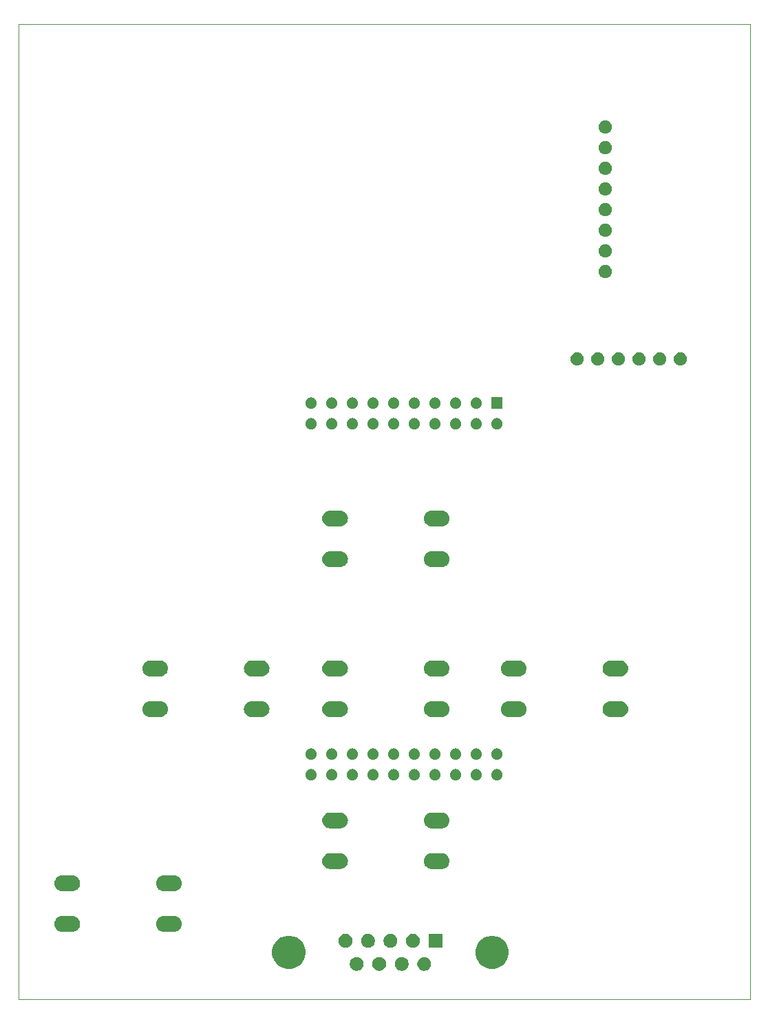
<source format=gbr>
G04 #@! TF.GenerationSoftware,KiCad,Pcbnew,(5.1.4)-1*
G04 #@! TF.CreationDate,2021-03-22T19:47:51+01:00*
G04 #@! TF.ProjectId,TFG_CANDevice,5446475f-4341-44e4-9465-766963652e6b,rev?*
G04 #@! TF.SameCoordinates,Original*
G04 #@! TF.FileFunction,Soldermask,Bot*
G04 #@! TF.FilePolarity,Negative*
%FSLAX46Y46*%
G04 Gerber Fmt 4.6, Leading zero omitted, Abs format (unit mm)*
G04 Created by KiCad (PCBNEW (5.1.4)-1) date 2021-03-22 19:47:51*
%MOMM*%
%LPD*%
G04 APERTURE LIST*
%ADD10C,0.050000*%
%ADD11C,0.100000*%
G04 APERTURE END LIST*
D10*
X222680000Y-42020000D02*
X222680000Y-162000000D01*
X132690000Y-42020000D02*
X222680000Y-42020000D01*
X132690000Y-162000000D02*
X132690000Y-42020000D01*
X222680000Y-162000000D02*
X132690000Y-162000000D01*
D11*
G36*
X177313228Y-156811703D02*
G01*
X177468100Y-156875853D01*
X177607481Y-156968985D01*
X177726015Y-157087519D01*
X177819147Y-157226900D01*
X177883297Y-157381772D01*
X177916000Y-157546184D01*
X177916000Y-157713816D01*
X177883297Y-157878228D01*
X177819147Y-158033100D01*
X177726015Y-158172481D01*
X177607481Y-158291015D01*
X177468100Y-158384147D01*
X177313228Y-158448297D01*
X177148816Y-158481000D01*
X176981184Y-158481000D01*
X176816772Y-158448297D01*
X176661900Y-158384147D01*
X176522519Y-158291015D01*
X176403985Y-158172481D01*
X176310853Y-158033100D01*
X176246703Y-157878228D01*
X176214000Y-157713816D01*
X176214000Y-157546184D01*
X176246703Y-157381772D01*
X176310853Y-157226900D01*
X176403985Y-157087519D01*
X176522519Y-156968985D01*
X176661900Y-156875853D01*
X176816772Y-156811703D01*
X176981184Y-156779000D01*
X177148816Y-156779000D01*
X177313228Y-156811703D01*
X177313228Y-156811703D01*
G37*
G36*
X174543228Y-156811703D02*
G01*
X174698100Y-156875853D01*
X174837481Y-156968985D01*
X174956015Y-157087519D01*
X175049147Y-157226900D01*
X175113297Y-157381772D01*
X175146000Y-157546184D01*
X175146000Y-157713816D01*
X175113297Y-157878228D01*
X175049147Y-158033100D01*
X174956015Y-158172481D01*
X174837481Y-158291015D01*
X174698100Y-158384147D01*
X174543228Y-158448297D01*
X174378816Y-158481000D01*
X174211184Y-158481000D01*
X174046772Y-158448297D01*
X173891900Y-158384147D01*
X173752519Y-158291015D01*
X173633985Y-158172481D01*
X173540853Y-158033100D01*
X173476703Y-157878228D01*
X173444000Y-157713816D01*
X173444000Y-157546184D01*
X173476703Y-157381772D01*
X173540853Y-157226900D01*
X173633985Y-157087519D01*
X173752519Y-156968985D01*
X173891900Y-156875853D01*
X174046772Y-156811703D01*
X174211184Y-156779000D01*
X174378816Y-156779000D01*
X174543228Y-156811703D01*
X174543228Y-156811703D01*
G37*
G36*
X182853228Y-156811703D02*
G01*
X183008100Y-156875853D01*
X183147481Y-156968985D01*
X183266015Y-157087519D01*
X183359147Y-157226900D01*
X183423297Y-157381772D01*
X183456000Y-157546184D01*
X183456000Y-157713816D01*
X183423297Y-157878228D01*
X183359147Y-158033100D01*
X183266015Y-158172481D01*
X183147481Y-158291015D01*
X183008100Y-158384147D01*
X182853228Y-158448297D01*
X182688816Y-158481000D01*
X182521184Y-158481000D01*
X182356772Y-158448297D01*
X182201900Y-158384147D01*
X182062519Y-158291015D01*
X181943985Y-158172481D01*
X181850853Y-158033100D01*
X181786703Y-157878228D01*
X181754000Y-157713816D01*
X181754000Y-157546184D01*
X181786703Y-157381772D01*
X181850853Y-157226900D01*
X181943985Y-157087519D01*
X182062519Y-156968985D01*
X182201900Y-156875853D01*
X182356772Y-156811703D01*
X182521184Y-156779000D01*
X182688816Y-156779000D01*
X182853228Y-156811703D01*
X182853228Y-156811703D01*
G37*
G36*
X180083228Y-156811703D02*
G01*
X180238100Y-156875853D01*
X180377481Y-156968985D01*
X180496015Y-157087519D01*
X180589147Y-157226900D01*
X180653297Y-157381772D01*
X180686000Y-157546184D01*
X180686000Y-157713816D01*
X180653297Y-157878228D01*
X180589147Y-158033100D01*
X180496015Y-158172481D01*
X180377481Y-158291015D01*
X180238100Y-158384147D01*
X180083228Y-158448297D01*
X179918816Y-158481000D01*
X179751184Y-158481000D01*
X179586772Y-158448297D01*
X179431900Y-158384147D01*
X179292519Y-158291015D01*
X179173985Y-158172481D01*
X179080853Y-158033100D01*
X179016703Y-157878228D01*
X178984000Y-157713816D01*
X178984000Y-157546184D01*
X179016703Y-157381772D01*
X179080853Y-157226900D01*
X179173985Y-157087519D01*
X179292519Y-156968985D01*
X179431900Y-156875853D01*
X179586772Y-156811703D01*
X179751184Y-156779000D01*
X179918816Y-156779000D01*
X180083228Y-156811703D01*
X180083228Y-156811703D01*
G37*
G36*
X166548254Y-154237818D02*
G01*
X166908170Y-154386900D01*
X166921513Y-154392427D01*
X167257436Y-154616884D01*
X167543116Y-154902564D01*
X167633765Y-155038229D01*
X167767574Y-155238489D01*
X167922182Y-155611746D01*
X168001000Y-156007993D01*
X168001000Y-156412007D01*
X167922182Y-156808254D01*
X167806506Y-157087520D01*
X167767573Y-157181513D01*
X167543116Y-157517436D01*
X167257436Y-157803116D01*
X166921513Y-158027573D01*
X166921512Y-158027574D01*
X166921511Y-158027574D01*
X166548254Y-158182182D01*
X166152007Y-158261000D01*
X165747993Y-158261000D01*
X165351746Y-158182182D01*
X164978489Y-158027574D01*
X164978488Y-158027574D01*
X164978487Y-158027573D01*
X164642564Y-157803116D01*
X164356884Y-157517436D01*
X164132427Y-157181513D01*
X164093494Y-157087520D01*
X163977818Y-156808254D01*
X163899000Y-156412007D01*
X163899000Y-156007993D01*
X163977818Y-155611746D01*
X164132426Y-155238489D01*
X164266236Y-155038229D01*
X164356884Y-154902564D01*
X164642564Y-154616884D01*
X164978487Y-154392427D01*
X164991830Y-154386900D01*
X165351746Y-154237818D01*
X165747993Y-154159000D01*
X166152007Y-154159000D01*
X166548254Y-154237818D01*
X166548254Y-154237818D01*
G37*
G36*
X191548254Y-154237818D02*
G01*
X191908170Y-154386900D01*
X191921513Y-154392427D01*
X192257436Y-154616884D01*
X192543116Y-154902564D01*
X192633765Y-155038229D01*
X192767574Y-155238489D01*
X192922182Y-155611746D01*
X193001000Y-156007993D01*
X193001000Y-156412007D01*
X192922182Y-156808254D01*
X192806506Y-157087520D01*
X192767573Y-157181513D01*
X192543116Y-157517436D01*
X192257436Y-157803116D01*
X191921513Y-158027573D01*
X191921512Y-158027574D01*
X191921511Y-158027574D01*
X191548254Y-158182182D01*
X191152007Y-158261000D01*
X190747993Y-158261000D01*
X190351746Y-158182182D01*
X189978489Y-158027574D01*
X189978488Y-158027574D01*
X189978487Y-158027573D01*
X189642564Y-157803116D01*
X189356884Y-157517436D01*
X189132427Y-157181513D01*
X189093494Y-157087520D01*
X188977818Y-156808254D01*
X188899000Y-156412007D01*
X188899000Y-156007993D01*
X188977818Y-155611746D01*
X189132426Y-155238489D01*
X189266236Y-155038229D01*
X189356884Y-154902564D01*
X189642564Y-154616884D01*
X189978487Y-154392427D01*
X189991830Y-154386900D01*
X190351746Y-154237818D01*
X190747993Y-154159000D01*
X191152007Y-154159000D01*
X191548254Y-154237818D01*
X191548254Y-154237818D01*
G37*
G36*
X173158228Y-153971703D02*
G01*
X173313100Y-154035853D01*
X173452481Y-154128985D01*
X173571015Y-154247519D01*
X173664147Y-154386900D01*
X173728297Y-154541772D01*
X173761000Y-154706184D01*
X173761000Y-154873816D01*
X173728297Y-155038228D01*
X173664147Y-155193100D01*
X173571015Y-155332481D01*
X173452481Y-155451015D01*
X173313100Y-155544147D01*
X173158228Y-155608297D01*
X172993816Y-155641000D01*
X172826184Y-155641000D01*
X172661772Y-155608297D01*
X172506900Y-155544147D01*
X172367519Y-155451015D01*
X172248985Y-155332481D01*
X172155853Y-155193100D01*
X172091703Y-155038228D01*
X172059000Y-154873816D01*
X172059000Y-154706184D01*
X172091703Y-154541772D01*
X172155853Y-154386900D01*
X172248985Y-154247519D01*
X172367519Y-154128985D01*
X172506900Y-154035853D01*
X172661772Y-153971703D01*
X172826184Y-153939000D01*
X172993816Y-153939000D01*
X173158228Y-153971703D01*
X173158228Y-153971703D01*
G37*
G36*
X184841000Y-155641000D02*
G01*
X183139000Y-155641000D01*
X183139000Y-153939000D01*
X184841000Y-153939000D01*
X184841000Y-155641000D01*
X184841000Y-155641000D01*
G37*
G36*
X181468228Y-153971703D02*
G01*
X181623100Y-154035853D01*
X181762481Y-154128985D01*
X181881015Y-154247519D01*
X181974147Y-154386900D01*
X182038297Y-154541772D01*
X182071000Y-154706184D01*
X182071000Y-154873816D01*
X182038297Y-155038228D01*
X181974147Y-155193100D01*
X181881015Y-155332481D01*
X181762481Y-155451015D01*
X181623100Y-155544147D01*
X181468228Y-155608297D01*
X181303816Y-155641000D01*
X181136184Y-155641000D01*
X180971772Y-155608297D01*
X180816900Y-155544147D01*
X180677519Y-155451015D01*
X180558985Y-155332481D01*
X180465853Y-155193100D01*
X180401703Y-155038228D01*
X180369000Y-154873816D01*
X180369000Y-154706184D01*
X180401703Y-154541772D01*
X180465853Y-154386900D01*
X180558985Y-154247519D01*
X180677519Y-154128985D01*
X180816900Y-154035853D01*
X180971772Y-153971703D01*
X181136184Y-153939000D01*
X181303816Y-153939000D01*
X181468228Y-153971703D01*
X181468228Y-153971703D01*
G37*
G36*
X178698228Y-153971703D02*
G01*
X178853100Y-154035853D01*
X178992481Y-154128985D01*
X179111015Y-154247519D01*
X179204147Y-154386900D01*
X179268297Y-154541772D01*
X179301000Y-154706184D01*
X179301000Y-154873816D01*
X179268297Y-155038228D01*
X179204147Y-155193100D01*
X179111015Y-155332481D01*
X178992481Y-155451015D01*
X178853100Y-155544147D01*
X178698228Y-155608297D01*
X178533816Y-155641000D01*
X178366184Y-155641000D01*
X178201772Y-155608297D01*
X178046900Y-155544147D01*
X177907519Y-155451015D01*
X177788985Y-155332481D01*
X177695853Y-155193100D01*
X177631703Y-155038228D01*
X177599000Y-154873816D01*
X177599000Y-154706184D01*
X177631703Y-154541772D01*
X177695853Y-154386900D01*
X177788985Y-154247519D01*
X177907519Y-154128985D01*
X178046900Y-154035853D01*
X178201772Y-153971703D01*
X178366184Y-153939000D01*
X178533816Y-153939000D01*
X178698228Y-153971703D01*
X178698228Y-153971703D01*
G37*
G36*
X175928228Y-153971703D02*
G01*
X176083100Y-154035853D01*
X176222481Y-154128985D01*
X176341015Y-154247519D01*
X176434147Y-154386900D01*
X176498297Y-154541772D01*
X176531000Y-154706184D01*
X176531000Y-154873816D01*
X176498297Y-155038228D01*
X176434147Y-155193100D01*
X176341015Y-155332481D01*
X176222481Y-155451015D01*
X176083100Y-155544147D01*
X175928228Y-155608297D01*
X175763816Y-155641000D01*
X175596184Y-155641000D01*
X175431772Y-155608297D01*
X175276900Y-155544147D01*
X175137519Y-155451015D01*
X175018985Y-155332481D01*
X174925853Y-155193100D01*
X174861703Y-155038228D01*
X174829000Y-154873816D01*
X174829000Y-154706184D01*
X174861703Y-154541772D01*
X174925853Y-154386900D01*
X175018985Y-154247519D01*
X175137519Y-154128985D01*
X175276900Y-154035853D01*
X175431772Y-153971703D01*
X175596184Y-153939000D01*
X175763816Y-153939000D01*
X175928228Y-153971703D01*
X175928228Y-153971703D01*
G37*
G36*
X139384739Y-151728707D02*
G01*
X139480329Y-151738122D01*
X139664306Y-151793931D01*
X139664309Y-151793932D01*
X139754225Y-151841994D01*
X139833860Y-151884559D01*
X139880035Y-151922454D01*
X139982476Y-152006524D01*
X140066546Y-152108965D01*
X140104441Y-152155140D01*
X140147006Y-152234775D01*
X140195068Y-152324691D01*
X140195069Y-152324694D01*
X140250878Y-152508671D01*
X140269722Y-152700000D01*
X140250878Y-152891329D01*
X140195069Y-153075306D01*
X140195068Y-153075309D01*
X140147006Y-153165225D01*
X140104441Y-153244860D01*
X140066546Y-153291035D01*
X139982476Y-153393476D01*
X139880035Y-153477546D01*
X139833860Y-153515441D01*
X139754225Y-153558006D01*
X139664309Y-153606068D01*
X139664306Y-153606069D01*
X139480329Y-153661878D01*
X139384739Y-153671293D01*
X139336945Y-153676000D01*
X138043055Y-153676000D01*
X137995261Y-153671293D01*
X137899671Y-153661878D01*
X137715694Y-153606069D01*
X137715691Y-153606068D01*
X137625775Y-153558006D01*
X137546140Y-153515441D01*
X137499965Y-153477546D01*
X137397524Y-153393476D01*
X137313454Y-153291035D01*
X137275559Y-153244860D01*
X137232994Y-153165225D01*
X137184932Y-153075309D01*
X137184931Y-153075306D01*
X137129122Y-152891329D01*
X137110278Y-152700000D01*
X137129122Y-152508671D01*
X137184931Y-152324694D01*
X137184932Y-152324691D01*
X137232994Y-152234775D01*
X137275559Y-152155140D01*
X137313454Y-152108965D01*
X137397524Y-152006524D01*
X137499965Y-151922454D01*
X137546140Y-151884559D01*
X137625775Y-151841994D01*
X137715691Y-151793932D01*
X137715694Y-151793931D01*
X137899671Y-151738122D01*
X137995261Y-151728707D01*
X138043055Y-151724000D01*
X139336945Y-151724000D01*
X139384739Y-151728707D01*
X139384739Y-151728707D01*
G37*
G36*
X151884739Y-151728707D02*
G01*
X151980329Y-151738122D01*
X152164306Y-151793931D01*
X152164309Y-151793932D01*
X152254225Y-151841994D01*
X152333860Y-151884559D01*
X152380035Y-151922454D01*
X152482476Y-152006524D01*
X152566546Y-152108965D01*
X152604441Y-152155140D01*
X152647006Y-152234775D01*
X152695068Y-152324691D01*
X152695069Y-152324694D01*
X152750878Y-152508671D01*
X152769722Y-152700000D01*
X152750878Y-152891329D01*
X152695069Y-153075306D01*
X152695068Y-153075309D01*
X152647006Y-153165225D01*
X152604441Y-153244860D01*
X152566546Y-153291035D01*
X152482476Y-153393476D01*
X152380035Y-153477546D01*
X152333860Y-153515441D01*
X152254225Y-153558006D01*
X152164309Y-153606068D01*
X152164306Y-153606069D01*
X151980329Y-153661878D01*
X151884739Y-153671293D01*
X151836945Y-153676000D01*
X150543055Y-153676000D01*
X150495261Y-153671293D01*
X150399671Y-153661878D01*
X150215694Y-153606069D01*
X150215691Y-153606068D01*
X150125775Y-153558006D01*
X150046140Y-153515441D01*
X149999965Y-153477546D01*
X149897524Y-153393476D01*
X149813454Y-153291035D01*
X149775559Y-153244860D01*
X149732994Y-153165225D01*
X149684932Y-153075309D01*
X149684931Y-153075306D01*
X149629122Y-152891329D01*
X149610278Y-152700000D01*
X149629122Y-152508671D01*
X149684931Y-152324694D01*
X149684932Y-152324691D01*
X149732994Y-152234775D01*
X149775559Y-152155140D01*
X149813454Y-152108965D01*
X149897524Y-152006524D01*
X149999965Y-151922454D01*
X150046140Y-151884559D01*
X150125775Y-151841994D01*
X150215691Y-151793932D01*
X150215694Y-151793931D01*
X150399671Y-151738122D01*
X150495261Y-151728707D01*
X150543055Y-151724000D01*
X151836945Y-151724000D01*
X151884739Y-151728707D01*
X151884739Y-151728707D01*
G37*
G36*
X151884739Y-146728707D02*
G01*
X151980329Y-146738122D01*
X152164306Y-146793931D01*
X152164309Y-146793932D01*
X152254225Y-146841994D01*
X152333860Y-146884559D01*
X152380035Y-146922454D01*
X152482476Y-147006524D01*
X152566546Y-147108965D01*
X152604441Y-147155140D01*
X152647006Y-147234775D01*
X152695068Y-147324691D01*
X152695069Y-147324694D01*
X152750878Y-147508671D01*
X152769722Y-147700000D01*
X152750878Y-147891329D01*
X152695069Y-148075306D01*
X152695068Y-148075309D01*
X152647006Y-148165225D01*
X152604441Y-148244860D01*
X152566546Y-148291035D01*
X152482476Y-148393476D01*
X152380035Y-148477546D01*
X152333860Y-148515441D01*
X152254225Y-148558006D01*
X152164309Y-148606068D01*
X152164306Y-148606069D01*
X151980329Y-148661878D01*
X151884739Y-148671293D01*
X151836945Y-148676000D01*
X150543055Y-148676000D01*
X150495261Y-148671293D01*
X150399671Y-148661878D01*
X150215694Y-148606069D01*
X150215691Y-148606068D01*
X150125775Y-148558006D01*
X150046140Y-148515441D01*
X149999965Y-148477546D01*
X149897524Y-148393476D01*
X149813454Y-148291035D01*
X149775559Y-148244860D01*
X149732994Y-148165225D01*
X149684932Y-148075309D01*
X149684931Y-148075306D01*
X149629122Y-147891329D01*
X149610278Y-147700000D01*
X149629122Y-147508671D01*
X149684931Y-147324694D01*
X149684932Y-147324691D01*
X149732994Y-147234775D01*
X149775559Y-147155140D01*
X149813454Y-147108965D01*
X149897524Y-147006524D01*
X149999965Y-146922454D01*
X150046140Y-146884559D01*
X150125775Y-146841994D01*
X150215691Y-146793932D01*
X150215694Y-146793931D01*
X150399671Y-146738122D01*
X150495261Y-146728707D01*
X150543055Y-146724000D01*
X151836945Y-146724000D01*
X151884739Y-146728707D01*
X151884739Y-146728707D01*
G37*
G36*
X139384739Y-146728707D02*
G01*
X139480329Y-146738122D01*
X139664306Y-146793931D01*
X139664309Y-146793932D01*
X139754225Y-146841994D01*
X139833860Y-146884559D01*
X139880035Y-146922454D01*
X139982476Y-147006524D01*
X140066546Y-147108965D01*
X140104441Y-147155140D01*
X140147006Y-147234775D01*
X140195068Y-147324691D01*
X140195069Y-147324694D01*
X140250878Y-147508671D01*
X140269722Y-147700000D01*
X140250878Y-147891329D01*
X140195069Y-148075306D01*
X140195068Y-148075309D01*
X140147006Y-148165225D01*
X140104441Y-148244860D01*
X140066546Y-148291035D01*
X139982476Y-148393476D01*
X139880035Y-148477546D01*
X139833860Y-148515441D01*
X139754225Y-148558006D01*
X139664309Y-148606068D01*
X139664306Y-148606069D01*
X139480329Y-148661878D01*
X139384739Y-148671293D01*
X139336945Y-148676000D01*
X138043055Y-148676000D01*
X137995261Y-148671293D01*
X137899671Y-148661878D01*
X137715694Y-148606069D01*
X137715691Y-148606068D01*
X137625775Y-148558006D01*
X137546140Y-148515441D01*
X137499965Y-148477546D01*
X137397524Y-148393476D01*
X137313454Y-148291035D01*
X137275559Y-148244860D01*
X137232994Y-148165225D01*
X137184932Y-148075309D01*
X137184931Y-148075306D01*
X137129122Y-147891329D01*
X137110278Y-147700000D01*
X137129122Y-147508671D01*
X137184931Y-147324694D01*
X137184932Y-147324691D01*
X137232994Y-147234775D01*
X137275559Y-147155140D01*
X137313454Y-147108965D01*
X137397524Y-147006524D01*
X137499965Y-146922454D01*
X137546140Y-146884559D01*
X137625775Y-146841994D01*
X137715691Y-146793932D01*
X137715694Y-146793931D01*
X137899671Y-146738122D01*
X137995261Y-146728707D01*
X138043055Y-146724000D01*
X139336945Y-146724000D01*
X139384739Y-146728707D01*
X139384739Y-146728707D01*
G37*
G36*
X184834739Y-143998707D02*
G01*
X184930329Y-144008122D01*
X185114306Y-144063931D01*
X185114309Y-144063932D01*
X185204225Y-144111994D01*
X185283860Y-144154559D01*
X185330035Y-144192454D01*
X185432476Y-144276524D01*
X185516546Y-144378965D01*
X185554441Y-144425140D01*
X185597006Y-144504775D01*
X185645068Y-144594691D01*
X185645069Y-144594694D01*
X185700878Y-144778671D01*
X185719722Y-144970000D01*
X185700878Y-145161329D01*
X185645069Y-145345306D01*
X185645068Y-145345309D01*
X185597006Y-145435225D01*
X185554441Y-145514860D01*
X185516546Y-145561035D01*
X185432476Y-145663476D01*
X185330035Y-145747546D01*
X185283860Y-145785441D01*
X185204225Y-145828006D01*
X185114309Y-145876068D01*
X185114306Y-145876069D01*
X184930329Y-145931878D01*
X184834739Y-145941293D01*
X184786945Y-145946000D01*
X183493055Y-145946000D01*
X183445261Y-145941293D01*
X183349671Y-145931878D01*
X183165694Y-145876069D01*
X183165691Y-145876068D01*
X183075775Y-145828006D01*
X182996140Y-145785441D01*
X182949965Y-145747546D01*
X182847524Y-145663476D01*
X182763454Y-145561035D01*
X182725559Y-145514860D01*
X182682994Y-145435225D01*
X182634932Y-145345309D01*
X182634931Y-145345306D01*
X182579122Y-145161329D01*
X182560278Y-144970000D01*
X182579122Y-144778671D01*
X182634931Y-144594694D01*
X182634932Y-144594691D01*
X182682994Y-144504775D01*
X182725559Y-144425140D01*
X182763454Y-144378965D01*
X182847524Y-144276524D01*
X182949965Y-144192454D01*
X182996140Y-144154559D01*
X183075775Y-144111994D01*
X183165691Y-144063932D01*
X183165694Y-144063931D01*
X183349671Y-144008122D01*
X183445261Y-143998707D01*
X183493055Y-143994000D01*
X184786945Y-143994000D01*
X184834739Y-143998707D01*
X184834739Y-143998707D01*
G37*
G36*
X172334739Y-143998707D02*
G01*
X172430329Y-144008122D01*
X172614306Y-144063931D01*
X172614309Y-144063932D01*
X172704225Y-144111994D01*
X172783860Y-144154559D01*
X172830035Y-144192454D01*
X172932476Y-144276524D01*
X173016546Y-144378965D01*
X173054441Y-144425140D01*
X173097006Y-144504775D01*
X173145068Y-144594691D01*
X173145069Y-144594694D01*
X173200878Y-144778671D01*
X173219722Y-144970000D01*
X173200878Y-145161329D01*
X173145069Y-145345306D01*
X173145068Y-145345309D01*
X173097006Y-145435225D01*
X173054441Y-145514860D01*
X173016546Y-145561035D01*
X172932476Y-145663476D01*
X172830035Y-145747546D01*
X172783860Y-145785441D01*
X172704225Y-145828006D01*
X172614309Y-145876068D01*
X172614306Y-145876069D01*
X172430329Y-145931878D01*
X172334739Y-145941293D01*
X172286945Y-145946000D01*
X170993055Y-145946000D01*
X170945261Y-145941293D01*
X170849671Y-145931878D01*
X170665694Y-145876069D01*
X170665691Y-145876068D01*
X170575775Y-145828006D01*
X170496140Y-145785441D01*
X170449965Y-145747546D01*
X170347524Y-145663476D01*
X170263454Y-145561035D01*
X170225559Y-145514860D01*
X170182994Y-145435225D01*
X170134932Y-145345309D01*
X170134931Y-145345306D01*
X170079122Y-145161329D01*
X170060278Y-144970000D01*
X170079122Y-144778671D01*
X170134931Y-144594694D01*
X170134932Y-144594691D01*
X170182994Y-144504775D01*
X170225559Y-144425140D01*
X170263454Y-144378965D01*
X170347524Y-144276524D01*
X170449965Y-144192454D01*
X170496140Y-144154559D01*
X170575775Y-144111994D01*
X170665691Y-144063932D01*
X170665694Y-144063931D01*
X170849671Y-144008122D01*
X170945261Y-143998707D01*
X170993055Y-143994000D01*
X172286945Y-143994000D01*
X172334739Y-143998707D01*
X172334739Y-143998707D01*
G37*
G36*
X184834739Y-138998707D02*
G01*
X184930329Y-139008122D01*
X185114306Y-139063931D01*
X185114309Y-139063932D01*
X185204225Y-139111994D01*
X185283860Y-139154559D01*
X185330035Y-139192454D01*
X185432476Y-139276524D01*
X185516546Y-139378965D01*
X185554441Y-139425140D01*
X185597006Y-139504775D01*
X185645068Y-139594691D01*
X185645069Y-139594694D01*
X185700878Y-139778671D01*
X185719722Y-139970000D01*
X185700878Y-140161329D01*
X185645069Y-140345306D01*
X185645068Y-140345309D01*
X185597006Y-140435225D01*
X185554441Y-140514860D01*
X185516546Y-140561035D01*
X185432476Y-140663476D01*
X185330035Y-140747546D01*
X185283860Y-140785441D01*
X185204225Y-140828006D01*
X185114309Y-140876068D01*
X185114306Y-140876069D01*
X184930329Y-140931878D01*
X184834739Y-140941293D01*
X184786945Y-140946000D01*
X183493055Y-140946000D01*
X183445261Y-140941293D01*
X183349671Y-140931878D01*
X183165694Y-140876069D01*
X183165691Y-140876068D01*
X183075775Y-140828006D01*
X182996140Y-140785441D01*
X182949965Y-140747546D01*
X182847524Y-140663476D01*
X182763454Y-140561035D01*
X182725559Y-140514860D01*
X182682994Y-140435225D01*
X182634932Y-140345309D01*
X182634931Y-140345306D01*
X182579122Y-140161329D01*
X182560278Y-139970000D01*
X182579122Y-139778671D01*
X182634931Y-139594694D01*
X182634932Y-139594691D01*
X182682994Y-139504775D01*
X182725559Y-139425140D01*
X182763454Y-139378965D01*
X182847524Y-139276524D01*
X182949965Y-139192454D01*
X182996140Y-139154559D01*
X183075775Y-139111994D01*
X183165691Y-139063932D01*
X183165694Y-139063931D01*
X183349671Y-139008122D01*
X183445261Y-138998707D01*
X183493055Y-138994000D01*
X184786945Y-138994000D01*
X184834739Y-138998707D01*
X184834739Y-138998707D01*
G37*
G36*
X172334739Y-138998707D02*
G01*
X172430329Y-139008122D01*
X172614306Y-139063931D01*
X172614309Y-139063932D01*
X172704225Y-139111994D01*
X172783860Y-139154559D01*
X172830035Y-139192454D01*
X172932476Y-139276524D01*
X173016546Y-139378965D01*
X173054441Y-139425140D01*
X173097006Y-139504775D01*
X173145068Y-139594691D01*
X173145069Y-139594694D01*
X173200878Y-139778671D01*
X173219722Y-139970000D01*
X173200878Y-140161329D01*
X173145069Y-140345306D01*
X173145068Y-140345309D01*
X173097006Y-140435225D01*
X173054441Y-140514860D01*
X173016546Y-140561035D01*
X172932476Y-140663476D01*
X172830035Y-140747546D01*
X172783860Y-140785441D01*
X172704225Y-140828006D01*
X172614309Y-140876068D01*
X172614306Y-140876069D01*
X172430329Y-140931878D01*
X172334739Y-140941293D01*
X172286945Y-140946000D01*
X170993055Y-140946000D01*
X170945261Y-140941293D01*
X170849671Y-140931878D01*
X170665694Y-140876069D01*
X170665691Y-140876068D01*
X170575775Y-140828006D01*
X170496140Y-140785441D01*
X170449965Y-140747546D01*
X170347524Y-140663476D01*
X170263454Y-140561035D01*
X170225559Y-140514860D01*
X170182994Y-140435225D01*
X170134932Y-140345309D01*
X170134931Y-140345306D01*
X170079122Y-140161329D01*
X170060278Y-139970000D01*
X170079122Y-139778671D01*
X170134931Y-139594694D01*
X170134932Y-139594691D01*
X170182994Y-139504775D01*
X170225559Y-139425140D01*
X170263454Y-139378965D01*
X170347524Y-139276524D01*
X170449965Y-139192454D01*
X170496140Y-139154559D01*
X170575775Y-139111994D01*
X170665691Y-139063932D01*
X170665694Y-139063931D01*
X170849671Y-139008122D01*
X170945261Y-138998707D01*
X170993055Y-138994000D01*
X172286945Y-138994000D01*
X172334739Y-138998707D01*
X172334739Y-138998707D01*
G37*
G36*
X176505641Y-133672092D02*
G01*
X176633941Y-133725236D01*
X176633943Y-133725237D01*
X176692069Y-133764076D01*
X176749410Y-133802390D01*
X176847610Y-133900590D01*
X176924764Y-134016059D01*
X176977908Y-134144359D01*
X177005000Y-134280562D01*
X177005000Y-134419438D01*
X176977908Y-134555641D01*
X176924764Y-134683941D01*
X176924763Y-134683943D01*
X176847609Y-134799411D01*
X176749411Y-134897609D01*
X176633943Y-134974763D01*
X176633942Y-134974764D01*
X176633941Y-134974764D01*
X176505641Y-135027908D01*
X176369438Y-135055000D01*
X176230562Y-135055000D01*
X176094359Y-135027908D01*
X175966059Y-134974764D01*
X175966058Y-134974764D01*
X175966057Y-134974763D01*
X175850589Y-134897609D01*
X175752391Y-134799411D01*
X175675237Y-134683943D01*
X175675236Y-134683941D01*
X175622092Y-134555641D01*
X175595000Y-134419438D01*
X175595000Y-134280562D01*
X175622092Y-134144359D01*
X175675236Y-134016059D01*
X175752390Y-133900590D01*
X175850590Y-133802390D01*
X175907931Y-133764076D01*
X175966057Y-133725237D01*
X175966059Y-133725236D01*
X176094359Y-133672092D01*
X176230562Y-133645000D01*
X176369438Y-133645000D01*
X176505641Y-133672092D01*
X176505641Y-133672092D01*
G37*
G36*
X191745641Y-133672092D02*
G01*
X191873941Y-133725236D01*
X191873943Y-133725237D01*
X191932069Y-133764076D01*
X191989410Y-133802390D01*
X192087610Y-133900590D01*
X192164764Y-134016059D01*
X192217908Y-134144359D01*
X192245000Y-134280562D01*
X192245000Y-134419438D01*
X192217908Y-134555641D01*
X192164764Y-134683941D01*
X192164763Y-134683943D01*
X192087609Y-134799411D01*
X191989411Y-134897609D01*
X191873943Y-134974763D01*
X191873942Y-134974764D01*
X191873941Y-134974764D01*
X191745641Y-135027908D01*
X191609438Y-135055000D01*
X191470562Y-135055000D01*
X191334359Y-135027908D01*
X191206059Y-134974764D01*
X191206058Y-134974764D01*
X191206057Y-134974763D01*
X191090589Y-134897609D01*
X190992391Y-134799411D01*
X190915237Y-134683943D01*
X190915236Y-134683941D01*
X190862092Y-134555641D01*
X190835000Y-134419438D01*
X190835000Y-134280562D01*
X190862092Y-134144359D01*
X190915236Y-134016059D01*
X190992390Y-133900590D01*
X191090590Y-133802390D01*
X191147931Y-133764076D01*
X191206057Y-133725237D01*
X191206059Y-133725236D01*
X191334359Y-133672092D01*
X191470562Y-133645000D01*
X191609438Y-133645000D01*
X191745641Y-133672092D01*
X191745641Y-133672092D01*
G37*
G36*
X189205641Y-133672092D02*
G01*
X189333941Y-133725236D01*
X189333943Y-133725237D01*
X189392069Y-133764076D01*
X189449410Y-133802390D01*
X189547610Y-133900590D01*
X189624764Y-134016059D01*
X189677908Y-134144359D01*
X189705000Y-134280562D01*
X189705000Y-134419438D01*
X189677908Y-134555641D01*
X189624764Y-134683941D01*
X189624763Y-134683943D01*
X189547609Y-134799411D01*
X189449411Y-134897609D01*
X189333943Y-134974763D01*
X189333942Y-134974764D01*
X189333941Y-134974764D01*
X189205641Y-135027908D01*
X189069438Y-135055000D01*
X188930562Y-135055000D01*
X188794359Y-135027908D01*
X188666059Y-134974764D01*
X188666058Y-134974764D01*
X188666057Y-134974763D01*
X188550589Y-134897609D01*
X188452391Y-134799411D01*
X188375237Y-134683943D01*
X188375236Y-134683941D01*
X188322092Y-134555641D01*
X188295000Y-134419438D01*
X188295000Y-134280562D01*
X188322092Y-134144359D01*
X188375236Y-134016059D01*
X188452390Y-133900590D01*
X188550590Y-133802390D01*
X188607931Y-133764076D01*
X188666057Y-133725237D01*
X188666059Y-133725236D01*
X188794359Y-133672092D01*
X188930562Y-133645000D01*
X189069438Y-133645000D01*
X189205641Y-133672092D01*
X189205641Y-133672092D01*
G37*
G36*
X186665641Y-133672092D02*
G01*
X186793941Y-133725236D01*
X186793943Y-133725237D01*
X186852069Y-133764076D01*
X186909410Y-133802390D01*
X187007610Y-133900590D01*
X187084764Y-134016059D01*
X187137908Y-134144359D01*
X187165000Y-134280562D01*
X187165000Y-134419438D01*
X187137908Y-134555641D01*
X187084764Y-134683941D01*
X187084763Y-134683943D01*
X187007609Y-134799411D01*
X186909411Y-134897609D01*
X186793943Y-134974763D01*
X186793942Y-134974764D01*
X186793941Y-134974764D01*
X186665641Y-135027908D01*
X186529438Y-135055000D01*
X186390562Y-135055000D01*
X186254359Y-135027908D01*
X186126059Y-134974764D01*
X186126058Y-134974764D01*
X186126057Y-134974763D01*
X186010589Y-134897609D01*
X185912391Y-134799411D01*
X185835237Y-134683943D01*
X185835236Y-134683941D01*
X185782092Y-134555641D01*
X185755000Y-134419438D01*
X185755000Y-134280562D01*
X185782092Y-134144359D01*
X185835236Y-134016059D01*
X185912390Y-133900590D01*
X186010590Y-133802390D01*
X186067931Y-133764076D01*
X186126057Y-133725237D01*
X186126059Y-133725236D01*
X186254359Y-133672092D01*
X186390562Y-133645000D01*
X186529438Y-133645000D01*
X186665641Y-133672092D01*
X186665641Y-133672092D01*
G37*
G36*
X184125641Y-133672092D02*
G01*
X184253941Y-133725236D01*
X184253943Y-133725237D01*
X184312069Y-133764076D01*
X184369410Y-133802390D01*
X184467610Y-133900590D01*
X184544764Y-134016059D01*
X184597908Y-134144359D01*
X184625000Y-134280562D01*
X184625000Y-134419438D01*
X184597908Y-134555641D01*
X184544764Y-134683941D01*
X184544763Y-134683943D01*
X184467609Y-134799411D01*
X184369411Y-134897609D01*
X184253943Y-134974763D01*
X184253942Y-134974764D01*
X184253941Y-134974764D01*
X184125641Y-135027908D01*
X183989438Y-135055000D01*
X183850562Y-135055000D01*
X183714359Y-135027908D01*
X183586059Y-134974764D01*
X183586058Y-134974764D01*
X183586057Y-134974763D01*
X183470589Y-134897609D01*
X183372391Y-134799411D01*
X183295237Y-134683943D01*
X183295236Y-134683941D01*
X183242092Y-134555641D01*
X183215000Y-134419438D01*
X183215000Y-134280562D01*
X183242092Y-134144359D01*
X183295236Y-134016059D01*
X183372390Y-133900590D01*
X183470590Y-133802390D01*
X183527931Y-133764076D01*
X183586057Y-133725237D01*
X183586059Y-133725236D01*
X183714359Y-133672092D01*
X183850562Y-133645000D01*
X183989438Y-133645000D01*
X184125641Y-133672092D01*
X184125641Y-133672092D01*
G37*
G36*
X171425641Y-133672092D02*
G01*
X171553941Y-133725236D01*
X171553943Y-133725237D01*
X171612069Y-133764076D01*
X171669410Y-133802390D01*
X171767610Y-133900590D01*
X171844764Y-134016059D01*
X171897908Y-134144359D01*
X171925000Y-134280562D01*
X171925000Y-134419438D01*
X171897908Y-134555641D01*
X171844764Y-134683941D01*
X171844763Y-134683943D01*
X171767609Y-134799411D01*
X171669411Y-134897609D01*
X171553943Y-134974763D01*
X171553942Y-134974764D01*
X171553941Y-134974764D01*
X171425641Y-135027908D01*
X171289438Y-135055000D01*
X171150562Y-135055000D01*
X171014359Y-135027908D01*
X170886059Y-134974764D01*
X170886058Y-134974764D01*
X170886057Y-134974763D01*
X170770589Y-134897609D01*
X170672391Y-134799411D01*
X170595237Y-134683943D01*
X170595236Y-134683941D01*
X170542092Y-134555641D01*
X170515000Y-134419438D01*
X170515000Y-134280562D01*
X170542092Y-134144359D01*
X170595236Y-134016059D01*
X170672390Y-133900590D01*
X170770590Y-133802390D01*
X170827931Y-133764076D01*
X170886057Y-133725237D01*
X170886059Y-133725236D01*
X171014359Y-133672092D01*
X171150562Y-133645000D01*
X171289438Y-133645000D01*
X171425641Y-133672092D01*
X171425641Y-133672092D01*
G37*
G36*
X173965641Y-133672092D02*
G01*
X174093941Y-133725236D01*
X174093943Y-133725237D01*
X174152069Y-133764076D01*
X174209410Y-133802390D01*
X174307610Y-133900590D01*
X174384764Y-134016059D01*
X174437908Y-134144359D01*
X174465000Y-134280562D01*
X174465000Y-134419438D01*
X174437908Y-134555641D01*
X174384764Y-134683941D01*
X174384763Y-134683943D01*
X174307609Y-134799411D01*
X174209411Y-134897609D01*
X174093943Y-134974763D01*
X174093942Y-134974764D01*
X174093941Y-134974764D01*
X173965641Y-135027908D01*
X173829438Y-135055000D01*
X173690562Y-135055000D01*
X173554359Y-135027908D01*
X173426059Y-134974764D01*
X173426058Y-134974764D01*
X173426057Y-134974763D01*
X173310589Y-134897609D01*
X173212391Y-134799411D01*
X173135237Y-134683943D01*
X173135236Y-134683941D01*
X173082092Y-134555641D01*
X173055000Y-134419438D01*
X173055000Y-134280562D01*
X173082092Y-134144359D01*
X173135236Y-134016059D01*
X173212390Y-133900590D01*
X173310590Y-133802390D01*
X173367931Y-133764076D01*
X173426057Y-133725237D01*
X173426059Y-133725236D01*
X173554359Y-133672092D01*
X173690562Y-133645000D01*
X173829438Y-133645000D01*
X173965641Y-133672092D01*
X173965641Y-133672092D01*
G37*
G36*
X168885641Y-133672092D02*
G01*
X169013941Y-133725236D01*
X169013943Y-133725237D01*
X169072069Y-133764076D01*
X169129410Y-133802390D01*
X169227610Y-133900590D01*
X169304764Y-134016059D01*
X169357908Y-134144359D01*
X169385000Y-134280562D01*
X169385000Y-134419438D01*
X169357908Y-134555641D01*
X169304764Y-134683941D01*
X169304763Y-134683943D01*
X169227609Y-134799411D01*
X169129411Y-134897609D01*
X169013943Y-134974763D01*
X169013942Y-134974764D01*
X169013941Y-134974764D01*
X168885641Y-135027908D01*
X168749438Y-135055000D01*
X168610562Y-135055000D01*
X168474359Y-135027908D01*
X168346059Y-134974764D01*
X168346058Y-134974764D01*
X168346057Y-134974763D01*
X168230589Y-134897609D01*
X168132391Y-134799411D01*
X168055237Y-134683943D01*
X168055236Y-134683941D01*
X168002092Y-134555641D01*
X167975000Y-134419438D01*
X167975000Y-134280562D01*
X168002092Y-134144359D01*
X168055236Y-134016059D01*
X168132390Y-133900590D01*
X168230590Y-133802390D01*
X168287931Y-133764076D01*
X168346057Y-133725237D01*
X168346059Y-133725236D01*
X168474359Y-133672092D01*
X168610562Y-133645000D01*
X168749438Y-133645000D01*
X168885641Y-133672092D01*
X168885641Y-133672092D01*
G37*
G36*
X179045641Y-133672092D02*
G01*
X179173941Y-133725236D01*
X179173943Y-133725237D01*
X179232069Y-133764076D01*
X179289410Y-133802390D01*
X179387610Y-133900590D01*
X179464764Y-134016059D01*
X179517908Y-134144359D01*
X179545000Y-134280562D01*
X179545000Y-134419438D01*
X179517908Y-134555641D01*
X179464764Y-134683941D01*
X179464763Y-134683943D01*
X179387609Y-134799411D01*
X179289411Y-134897609D01*
X179173943Y-134974763D01*
X179173942Y-134974764D01*
X179173941Y-134974764D01*
X179045641Y-135027908D01*
X178909438Y-135055000D01*
X178770562Y-135055000D01*
X178634359Y-135027908D01*
X178506059Y-134974764D01*
X178506058Y-134974764D01*
X178506057Y-134974763D01*
X178390589Y-134897609D01*
X178292391Y-134799411D01*
X178215237Y-134683943D01*
X178215236Y-134683941D01*
X178162092Y-134555641D01*
X178135000Y-134419438D01*
X178135000Y-134280562D01*
X178162092Y-134144359D01*
X178215236Y-134016059D01*
X178292390Y-133900590D01*
X178390590Y-133802390D01*
X178447931Y-133764076D01*
X178506057Y-133725237D01*
X178506059Y-133725236D01*
X178634359Y-133672092D01*
X178770562Y-133645000D01*
X178909438Y-133645000D01*
X179045641Y-133672092D01*
X179045641Y-133672092D01*
G37*
G36*
X181585641Y-133672092D02*
G01*
X181713941Y-133725236D01*
X181713943Y-133725237D01*
X181772069Y-133764076D01*
X181829410Y-133802390D01*
X181927610Y-133900590D01*
X182004764Y-134016059D01*
X182057908Y-134144359D01*
X182085000Y-134280562D01*
X182085000Y-134419438D01*
X182057908Y-134555641D01*
X182004764Y-134683941D01*
X182004763Y-134683943D01*
X181927609Y-134799411D01*
X181829411Y-134897609D01*
X181713943Y-134974763D01*
X181713942Y-134974764D01*
X181713941Y-134974764D01*
X181585641Y-135027908D01*
X181449438Y-135055000D01*
X181310562Y-135055000D01*
X181174359Y-135027908D01*
X181046059Y-134974764D01*
X181046058Y-134974764D01*
X181046057Y-134974763D01*
X180930589Y-134897609D01*
X180832391Y-134799411D01*
X180755237Y-134683943D01*
X180755236Y-134683941D01*
X180702092Y-134555641D01*
X180675000Y-134419438D01*
X180675000Y-134280562D01*
X180702092Y-134144359D01*
X180755236Y-134016059D01*
X180832390Y-133900590D01*
X180930590Y-133802390D01*
X180987931Y-133764076D01*
X181046057Y-133725237D01*
X181046059Y-133725236D01*
X181174359Y-133672092D01*
X181310562Y-133645000D01*
X181449438Y-133645000D01*
X181585641Y-133672092D01*
X181585641Y-133672092D01*
G37*
G36*
X173965641Y-131132092D02*
G01*
X174093941Y-131185236D01*
X174093943Y-131185237D01*
X174152069Y-131224076D01*
X174209410Y-131262390D01*
X174307610Y-131360590D01*
X174384764Y-131476059D01*
X174437908Y-131604359D01*
X174465000Y-131740562D01*
X174465000Y-131879438D01*
X174437908Y-132015641D01*
X174384764Y-132143941D01*
X174384763Y-132143943D01*
X174307609Y-132259411D01*
X174209411Y-132357609D01*
X174093943Y-132434763D01*
X174093942Y-132434764D01*
X174093941Y-132434764D01*
X173965641Y-132487908D01*
X173829438Y-132515000D01*
X173690562Y-132515000D01*
X173554359Y-132487908D01*
X173426059Y-132434764D01*
X173426058Y-132434764D01*
X173426057Y-132434763D01*
X173310589Y-132357609D01*
X173212391Y-132259411D01*
X173135237Y-132143943D01*
X173135236Y-132143941D01*
X173082092Y-132015641D01*
X173055000Y-131879438D01*
X173055000Y-131740562D01*
X173082092Y-131604359D01*
X173135236Y-131476059D01*
X173212390Y-131360590D01*
X173310590Y-131262390D01*
X173367931Y-131224076D01*
X173426057Y-131185237D01*
X173426059Y-131185236D01*
X173554359Y-131132092D01*
X173690562Y-131105000D01*
X173829438Y-131105000D01*
X173965641Y-131132092D01*
X173965641Y-131132092D01*
G37*
G36*
X171425641Y-131132092D02*
G01*
X171553941Y-131185236D01*
X171553943Y-131185237D01*
X171612069Y-131224076D01*
X171669410Y-131262390D01*
X171767610Y-131360590D01*
X171844764Y-131476059D01*
X171897908Y-131604359D01*
X171925000Y-131740562D01*
X171925000Y-131879438D01*
X171897908Y-132015641D01*
X171844764Y-132143941D01*
X171844763Y-132143943D01*
X171767609Y-132259411D01*
X171669411Y-132357609D01*
X171553943Y-132434763D01*
X171553942Y-132434764D01*
X171553941Y-132434764D01*
X171425641Y-132487908D01*
X171289438Y-132515000D01*
X171150562Y-132515000D01*
X171014359Y-132487908D01*
X170886059Y-132434764D01*
X170886058Y-132434764D01*
X170886057Y-132434763D01*
X170770589Y-132357609D01*
X170672391Y-132259411D01*
X170595237Y-132143943D01*
X170595236Y-132143941D01*
X170542092Y-132015641D01*
X170515000Y-131879438D01*
X170515000Y-131740562D01*
X170542092Y-131604359D01*
X170595236Y-131476059D01*
X170672390Y-131360590D01*
X170770590Y-131262390D01*
X170827931Y-131224076D01*
X170886057Y-131185237D01*
X170886059Y-131185236D01*
X171014359Y-131132092D01*
X171150562Y-131105000D01*
X171289438Y-131105000D01*
X171425641Y-131132092D01*
X171425641Y-131132092D01*
G37*
G36*
X168885641Y-131132092D02*
G01*
X169013941Y-131185236D01*
X169013943Y-131185237D01*
X169072069Y-131224076D01*
X169129410Y-131262390D01*
X169227610Y-131360590D01*
X169304764Y-131476059D01*
X169357908Y-131604359D01*
X169385000Y-131740562D01*
X169385000Y-131879438D01*
X169357908Y-132015641D01*
X169304764Y-132143941D01*
X169304763Y-132143943D01*
X169227609Y-132259411D01*
X169129411Y-132357609D01*
X169013943Y-132434763D01*
X169013942Y-132434764D01*
X169013941Y-132434764D01*
X168885641Y-132487908D01*
X168749438Y-132515000D01*
X168610562Y-132515000D01*
X168474359Y-132487908D01*
X168346059Y-132434764D01*
X168346058Y-132434764D01*
X168346057Y-132434763D01*
X168230589Y-132357609D01*
X168132391Y-132259411D01*
X168055237Y-132143943D01*
X168055236Y-132143941D01*
X168002092Y-132015641D01*
X167975000Y-131879438D01*
X167975000Y-131740562D01*
X168002092Y-131604359D01*
X168055236Y-131476059D01*
X168132390Y-131360590D01*
X168230590Y-131262390D01*
X168287931Y-131224076D01*
X168346057Y-131185237D01*
X168346059Y-131185236D01*
X168474359Y-131132092D01*
X168610562Y-131105000D01*
X168749438Y-131105000D01*
X168885641Y-131132092D01*
X168885641Y-131132092D01*
G37*
G36*
X176505641Y-131132092D02*
G01*
X176633941Y-131185236D01*
X176633943Y-131185237D01*
X176692069Y-131224076D01*
X176749410Y-131262390D01*
X176847610Y-131360590D01*
X176924764Y-131476059D01*
X176977908Y-131604359D01*
X177005000Y-131740562D01*
X177005000Y-131879438D01*
X176977908Y-132015641D01*
X176924764Y-132143941D01*
X176924763Y-132143943D01*
X176847609Y-132259411D01*
X176749411Y-132357609D01*
X176633943Y-132434763D01*
X176633942Y-132434764D01*
X176633941Y-132434764D01*
X176505641Y-132487908D01*
X176369438Y-132515000D01*
X176230562Y-132515000D01*
X176094359Y-132487908D01*
X175966059Y-132434764D01*
X175966058Y-132434764D01*
X175966057Y-132434763D01*
X175850589Y-132357609D01*
X175752391Y-132259411D01*
X175675237Y-132143943D01*
X175675236Y-132143941D01*
X175622092Y-132015641D01*
X175595000Y-131879438D01*
X175595000Y-131740562D01*
X175622092Y-131604359D01*
X175675236Y-131476059D01*
X175752390Y-131360590D01*
X175850590Y-131262390D01*
X175907931Y-131224076D01*
X175966057Y-131185237D01*
X175966059Y-131185236D01*
X176094359Y-131132092D01*
X176230562Y-131105000D01*
X176369438Y-131105000D01*
X176505641Y-131132092D01*
X176505641Y-131132092D01*
G37*
G36*
X179045641Y-131132092D02*
G01*
X179173941Y-131185236D01*
X179173943Y-131185237D01*
X179232069Y-131224076D01*
X179289410Y-131262390D01*
X179387610Y-131360590D01*
X179464764Y-131476059D01*
X179517908Y-131604359D01*
X179545000Y-131740562D01*
X179545000Y-131879438D01*
X179517908Y-132015641D01*
X179464764Y-132143941D01*
X179464763Y-132143943D01*
X179387609Y-132259411D01*
X179289411Y-132357609D01*
X179173943Y-132434763D01*
X179173942Y-132434764D01*
X179173941Y-132434764D01*
X179045641Y-132487908D01*
X178909438Y-132515000D01*
X178770562Y-132515000D01*
X178634359Y-132487908D01*
X178506059Y-132434764D01*
X178506058Y-132434764D01*
X178506057Y-132434763D01*
X178390589Y-132357609D01*
X178292391Y-132259411D01*
X178215237Y-132143943D01*
X178215236Y-132143941D01*
X178162092Y-132015641D01*
X178135000Y-131879438D01*
X178135000Y-131740562D01*
X178162092Y-131604359D01*
X178215236Y-131476059D01*
X178292390Y-131360590D01*
X178390590Y-131262390D01*
X178447931Y-131224076D01*
X178506057Y-131185237D01*
X178506059Y-131185236D01*
X178634359Y-131132092D01*
X178770562Y-131105000D01*
X178909438Y-131105000D01*
X179045641Y-131132092D01*
X179045641Y-131132092D01*
G37*
G36*
X181585641Y-131132092D02*
G01*
X181713941Y-131185236D01*
X181713943Y-131185237D01*
X181772069Y-131224076D01*
X181829410Y-131262390D01*
X181927610Y-131360590D01*
X182004764Y-131476059D01*
X182057908Y-131604359D01*
X182085000Y-131740562D01*
X182085000Y-131879438D01*
X182057908Y-132015641D01*
X182004764Y-132143941D01*
X182004763Y-132143943D01*
X181927609Y-132259411D01*
X181829411Y-132357609D01*
X181713943Y-132434763D01*
X181713942Y-132434764D01*
X181713941Y-132434764D01*
X181585641Y-132487908D01*
X181449438Y-132515000D01*
X181310562Y-132515000D01*
X181174359Y-132487908D01*
X181046059Y-132434764D01*
X181046058Y-132434764D01*
X181046057Y-132434763D01*
X180930589Y-132357609D01*
X180832391Y-132259411D01*
X180755237Y-132143943D01*
X180755236Y-132143941D01*
X180702092Y-132015641D01*
X180675000Y-131879438D01*
X180675000Y-131740562D01*
X180702092Y-131604359D01*
X180755236Y-131476059D01*
X180832390Y-131360590D01*
X180930590Y-131262390D01*
X180987931Y-131224076D01*
X181046057Y-131185237D01*
X181046059Y-131185236D01*
X181174359Y-131132092D01*
X181310562Y-131105000D01*
X181449438Y-131105000D01*
X181585641Y-131132092D01*
X181585641Y-131132092D01*
G37*
G36*
X186665641Y-131132092D02*
G01*
X186793941Y-131185236D01*
X186793943Y-131185237D01*
X186852069Y-131224076D01*
X186909410Y-131262390D01*
X187007610Y-131360590D01*
X187084764Y-131476059D01*
X187137908Y-131604359D01*
X187165000Y-131740562D01*
X187165000Y-131879438D01*
X187137908Y-132015641D01*
X187084764Y-132143941D01*
X187084763Y-132143943D01*
X187007609Y-132259411D01*
X186909411Y-132357609D01*
X186793943Y-132434763D01*
X186793942Y-132434764D01*
X186793941Y-132434764D01*
X186665641Y-132487908D01*
X186529438Y-132515000D01*
X186390562Y-132515000D01*
X186254359Y-132487908D01*
X186126059Y-132434764D01*
X186126058Y-132434764D01*
X186126057Y-132434763D01*
X186010589Y-132357609D01*
X185912391Y-132259411D01*
X185835237Y-132143943D01*
X185835236Y-132143941D01*
X185782092Y-132015641D01*
X185755000Y-131879438D01*
X185755000Y-131740562D01*
X185782092Y-131604359D01*
X185835236Y-131476059D01*
X185912390Y-131360590D01*
X186010590Y-131262390D01*
X186067931Y-131224076D01*
X186126057Y-131185237D01*
X186126059Y-131185236D01*
X186254359Y-131132092D01*
X186390562Y-131105000D01*
X186529438Y-131105000D01*
X186665641Y-131132092D01*
X186665641Y-131132092D01*
G37*
G36*
X189205641Y-131132092D02*
G01*
X189333941Y-131185236D01*
X189333943Y-131185237D01*
X189392069Y-131224076D01*
X189449410Y-131262390D01*
X189547610Y-131360590D01*
X189624764Y-131476059D01*
X189677908Y-131604359D01*
X189705000Y-131740562D01*
X189705000Y-131879438D01*
X189677908Y-132015641D01*
X189624764Y-132143941D01*
X189624763Y-132143943D01*
X189547609Y-132259411D01*
X189449411Y-132357609D01*
X189333943Y-132434763D01*
X189333942Y-132434764D01*
X189333941Y-132434764D01*
X189205641Y-132487908D01*
X189069438Y-132515000D01*
X188930562Y-132515000D01*
X188794359Y-132487908D01*
X188666059Y-132434764D01*
X188666058Y-132434764D01*
X188666057Y-132434763D01*
X188550589Y-132357609D01*
X188452391Y-132259411D01*
X188375237Y-132143943D01*
X188375236Y-132143941D01*
X188322092Y-132015641D01*
X188295000Y-131879438D01*
X188295000Y-131740562D01*
X188322092Y-131604359D01*
X188375236Y-131476059D01*
X188452390Y-131360590D01*
X188550590Y-131262390D01*
X188607931Y-131224076D01*
X188666057Y-131185237D01*
X188666059Y-131185236D01*
X188794359Y-131132092D01*
X188930562Y-131105000D01*
X189069438Y-131105000D01*
X189205641Y-131132092D01*
X189205641Y-131132092D01*
G37*
G36*
X191745641Y-131132092D02*
G01*
X191873941Y-131185236D01*
X191873943Y-131185237D01*
X191932069Y-131224076D01*
X191989410Y-131262390D01*
X192087610Y-131360590D01*
X192164764Y-131476059D01*
X192217908Y-131604359D01*
X192245000Y-131740562D01*
X192245000Y-131879438D01*
X192217908Y-132015641D01*
X192164764Y-132143941D01*
X192164763Y-132143943D01*
X192087609Y-132259411D01*
X191989411Y-132357609D01*
X191873943Y-132434763D01*
X191873942Y-132434764D01*
X191873941Y-132434764D01*
X191745641Y-132487908D01*
X191609438Y-132515000D01*
X191470562Y-132515000D01*
X191334359Y-132487908D01*
X191206059Y-132434764D01*
X191206058Y-132434764D01*
X191206057Y-132434763D01*
X191090589Y-132357609D01*
X190992391Y-132259411D01*
X190915237Y-132143943D01*
X190915236Y-132143941D01*
X190862092Y-132015641D01*
X190835000Y-131879438D01*
X190835000Y-131740562D01*
X190862092Y-131604359D01*
X190915236Y-131476059D01*
X190992390Y-131360590D01*
X191090590Y-131262390D01*
X191147931Y-131224076D01*
X191206057Y-131185237D01*
X191206059Y-131185236D01*
X191334359Y-131132092D01*
X191470562Y-131105000D01*
X191609438Y-131105000D01*
X191745641Y-131132092D01*
X191745641Y-131132092D01*
G37*
G36*
X184125641Y-131132092D02*
G01*
X184253941Y-131185236D01*
X184253943Y-131185237D01*
X184312069Y-131224076D01*
X184369410Y-131262390D01*
X184467610Y-131360590D01*
X184544764Y-131476059D01*
X184597908Y-131604359D01*
X184625000Y-131740562D01*
X184625000Y-131879438D01*
X184597908Y-132015641D01*
X184544764Y-132143941D01*
X184544763Y-132143943D01*
X184467609Y-132259411D01*
X184369411Y-132357609D01*
X184253943Y-132434763D01*
X184253942Y-132434764D01*
X184253941Y-132434764D01*
X184125641Y-132487908D01*
X183989438Y-132515000D01*
X183850562Y-132515000D01*
X183714359Y-132487908D01*
X183586059Y-132434764D01*
X183586058Y-132434764D01*
X183586057Y-132434763D01*
X183470589Y-132357609D01*
X183372391Y-132259411D01*
X183295237Y-132143943D01*
X183295236Y-132143941D01*
X183242092Y-132015641D01*
X183215000Y-131879438D01*
X183215000Y-131740562D01*
X183242092Y-131604359D01*
X183295236Y-131476059D01*
X183372390Y-131360590D01*
X183470590Y-131262390D01*
X183527931Y-131224076D01*
X183586057Y-131185237D01*
X183586059Y-131185236D01*
X183714359Y-131132092D01*
X183850562Y-131105000D01*
X183989438Y-131105000D01*
X184125641Y-131132092D01*
X184125641Y-131132092D01*
G37*
G36*
X206814739Y-125298707D02*
G01*
X206910329Y-125308122D01*
X207094306Y-125363931D01*
X207094309Y-125363932D01*
X207184225Y-125411994D01*
X207263860Y-125454559D01*
X207310035Y-125492454D01*
X207412476Y-125576524D01*
X207496546Y-125678965D01*
X207534441Y-125725140D01*
X207577006Y-125804775D01*
X207625068Y-125894691D01*
X207625069Y-125894694D01*
X207680878Y-126078671D01*
X207699722Y-126270000D01*
X207680878Y-126461329D01*
X207625069Y-126645306D01*
X207625068Y-126645309D01*
X207577006Y-126735225D01*
X207534441Y-126814860D01*
X207496546Y-126861035D01*
X207412476Y-126963476D01*
X207310035Y-127047546D01*
X207263860Y-127085441D01*
X207184225Y-127128006D01*
X207094309Y-127176068D01*
X207094306Y-127176069D01*
X206910329Y-127231878D01*
X206814739Y-127241293D01*
X206766945Y-127246000D01*
X205473055Y-127246000D01*
X205425261Y-127241293D01*
X205329671Y-127231878D01*
X205145694Y-127176069D01*
X205145691Y-127176068D01*
X205055775Y-127128006D01*
X204976140Y-127085441D01*
X204929965Y-127047546D01*
X204827524Y-126963476D01*
X204743454Y-126861035D01*
X204705559Y-126814860D01*
X204662994Y-126735225D01*
X204614932Y-126645309D01*
X204614931Y-126645306D01*
X204559122Y-126461329D01*
X204540278Y-126270000D01*
X204559122Y-126078671D01*
X204614931Y-125894694D01*
X204614932Y-125894691D01*
X204662994Y-125804775D01*
X204705559Y-125725140D01*
X204743454Y-125678965D01*
X204827524Y-125576524D01*
X204929965Y-125492454D01*
X204976140Y-125454559D01*
X205055775Y-125411994D01*
X205145691Y-125363932D01*
X205145694Y-125363931D01*
X205329671Y-125308122D01*
X205425261Y-125298707D01*
X205473055Y-125294000D01*
X206766945Y-125294000D01*
X206814739Y-125298707D01*
X206814739Y-125298707D01*
G37*
G36*
X194314739Y-125298707D02*
G01*
X194410329Y-125308122D01*
X194594306Y-125363931D01*
X194594309Y-125363932D01*
X194684225Y-125411994D01*
X194763860Y-125454559D01*
X194810035Y-125492454D01*
X194912476Y-125576524D01*
X194996546Y-125678965D01*
X195034441Y-125725140D01*
X195077006Y-125804775D01*
X195125068Y-125894691D01*
X195125069Y-125894694D01*
X195180878Y-126078671D01*
X195199722Y-126270000D01*
X195180878Y-126461329D01*
X195125069Y-126645306D01*
X195125068Y-126645309D01*
X195077006Y-126735225D01*
X195034441Y-126814860D01*
X194996546Y-126861035D01*
X194912476Y-126963476D01*
X194810035Y-127047546D01*
X194763860Y-127085441D01*
X194684225Y-127128006D01*
X194594309Y-127176068D01*
X194594306Y-127176069D01*
X194410329Y-127231878D01*
X194314739Y-127241293D01*
X194266945Y-127246000D01*
X192973055Y-127246000D01*
X192925261Y-127241293D01*
X192829671Y-127231878D01*
X192645694Y-127176069D01*
X192645691Y-127176068D01*
X192555775Y-127128006D01*
X192476140Y-127085441D01*
X192429965Y-127047546D01*
X192327524Y-126963476D01*
X192243454Y-126861035D01*
X192205559Y-126814860D01*
X192162994Y-126735225D01*
X192114932Y-126645309D01*
X192114931Y-126645306D01*
X192059122Y-126461329D01*
X192040278Y-126270000D01*
X192059122Y-126078671D01*
X192114931Y-125894694D01*
X192114932Y-125894691D01*
X192162994Y-125804775D01*
X192205559Y-125725140D01*
X192243454Y-125678965D01*
X192327524Y-125576524D01*
X192429965Y-125492454D01*
X192476140Y-125454559D01*
X192555775Y-125411994D01*
X192645691Y-125363932D01*
X192645694Y-125363931D01*
X192829671Y-125308122D01*
X192925261Y-125298707D01*
X192973055Y-125294000D01*
X194266945Y-125294000D01*
X194314739Y-125298707D01*
X194314739Y-125298707D01*
G37*
G36*
X172334739Y-125298707D02*
G01*
X172430329Y-125308122D01*
X172614306Y-125363931D01*
X172614309Y-125363932D01*
X172704225Y-125411994D01*
X172783860Y-125454559D01*
X172830035Y-125492454D01*
X172932476Y-125576524D01*
X173016546Y-125678965D01*
X173054441Y-125725140D01*
X173097006Y-125804775D01*
X173145068Y-125894691D01*
X173145069Y-125894694D01*
X173200878Y-126078671D01*
X173219722Y-126270000D01*
X173200878Y-126461329D01*
X173145069Y-126645306D01*
X173145068Y-126645309D01*
X173097006Y-126735225D01*
X173054441Y-126814860D01*
X173016546Y-126861035D01*
X172932476Y-126963476D01*
X172830035Y-127047546D01*
X172783860Y-127085441D01*
X172704225Y-127128006D01*
X172614309Y-127176068D01*
X172614306Y-127176069D01*
X172430329Y-127231878D01*
X172334739Y-127241293D01*
X172286945Y-127246000D01*
X170993055Y-127246000D01*
X170945261Y-127241293D01*
X170849671Y-127231878D01*
X170665694Y-127176069D01*
X170665691Y-127176068D01*
X170575775Y-127128006D01*
X170496140Y-127085441D01*
X170449965Y-127047546D01*
X170347524Y-126963476D01*
X170263454Y-126861035D01*
X170225559Y-126814860D01*
X170182994Y-126735225D01*
X170134932Y-126645309D01*
X170134931Y-126645306D01*
X170079122Y-126461329D01*
X170060278Y-126270000D01*
X170079122Y-126078671D01*
X170134931Y-125894694D01*
X170134932Y-125894691D01*
X170182994Y-125804775D01*
X170225559Y-125725140D01*
X170263454Y-125678965D01*
X170347524Y-125576524D01*
X170449965Y-125492454D01*
X170496140Y-125454559D01*
X170575775Y-125411994D01*
X170665691Y-125363932D01*
X170665694Y-125363931D01*
X170849671Y-125308122D01*
X170945261Y-125298707D01*
X170993055Y-125294000D01*
X172286945Y-125294000D01*
X172334739Y-125298707D01*
X172334739Y-125298707D01*
G37*
G36*
X150184739Y-125298707D02*
G01*
X150280329Y-125308122D01*
X150464306Y-125363931D01*
X150464309Y-125363932D01*
X150554225Y-125411994D01*
X150633860Y-125454559D01*
X150680035Y-125492454D01*
X150782476Y-125576524D01*
X150866546Y-125678965D01*
X150904441Y-125725140D01*
X150947006Y-125804775D01*
X150995068Y-125894691D01*
X150995069Y-125894694D01*
X151050878Y-126078671D01*
X151069722Y-126270000D01*
X151050878Y-126461329D01*
X150995069Y-126645306D01*
X150995068Y-126645309D01*
X150947006Y-126735225D01*
X150904441Y-126814860D01*
X150866546Y-126861035D01*
X150782476Y-126963476D01*
X150680035Y-127047546D01*
X150633860Y-127085441D01*
X150554225Y-127128006D01*
X150464309Y-127176068D01*
X150464306Y-127176069D01*
X150280329Y-127231878D01*
X150184739Y-127241293D01*
X150136945Y-127246000D01*
X148843055Y-127246000D01*
X148795261Y-127241293D01*
X148699671Y-127231878D01*
X148515694Y-127176069D01*
X148515691Y-127176068D01*
X148425775Y-127128006D01*
X148346140Y-127085441D01*
X148299965Y-127047546D01*
X148197524Y-126963476D01*
X148113454Y-126861035D01*
X148075559Y-126814860D01*
X148032994Y-126735225D01*
X147984932Y-126645309D01*
X147984931Y-126645306D01*
X147929122Y-126461329D01*
X147910278Y-126270000D01*
X147929122Y-126078671D01*
X147984931Y-125894694D01*
X147984932Y-125894691D01*
X148032994Y-125804775D01*
X148075559Y-125725140D01*
X148113454Y-125678965D01*
X148197524Y-125576524D01*
X148299965Y-125492454D01*
X148346140Y-125454559D01*
X148425775Y-125411994D01*
X148515691Y-125363932D01*
X148515694Y-125363931D01*
X148699671Y-125308122D01*
X148795261Y-125298707D01*
X148843055Y-125294000D01*
X150136945Y-125294000D01*
X150184739Y-125298707D01*
X150184739Y-125298707D01*
G37*
G36*
X184834739Y-125298707D02*
G01*
X184930329Y-125308122D01*
X185114306Y-125363931D01*
X185114309Y-125363932D01*
X185204225Y-125411994D01*
X185283860Y-125454559D01*
X185330035Y-125492454D01*
X185432476Y-125576524D01*
X185516546Y-125678965D01*
X185554441Y-125725140D01*
X185597006Y-125804775D01*
X185645068Y-125894691D01*
X185645069Y-125894694D01*
X185700878Y-126078671D01*
X185719722Y-126270000D01*
X185700878Y-126461329D01*
X185645069Y-126645306D01*
X185645068Y-126645309D01*
X185597006Y-126735225D01*
X185554441Y-126814860D01*
X185516546Y-126861035D01*
X185432476Y-126963476D01*
X185330035Y-127047546D01*
X185283860Y-127085441D01*
X185204225Y-127128006D01*
X185114309Y-127176068D01*
X185114306Y-127176069D01*
X184930329Y-127231878D01*
X184834739Y-127241293D01*
X184786945Y-127246000D01*
X183493055Y-127246000D01*
X183445261Y-127241293D01*
X183349671Y-127231878D01*
X183165694Y-127176069D01*
X183165691Y-127176068D01*
X183075775Y-127128006D01*
X182996140Y-127085441D01*
X182949965Y-127047546D01*
X182847524Y-126963476D01*
X182763454Y-126861035D01*
X182725559Y-126814860D01*
X182682994Y-126735225D01*
X182634932Y-126645309D01*
X182634931Y-126645306D01*
X182579122Y-126461329D01*
X182560278Y-126270000D01*
X182579122Y-126078671D01*
X182634931Y-125894694D01*
X182634932Y-125894691D01*
X182682994Y-125804775D01*
X182725559Y-125725140D01*
X182763454Y-125678965D01*
X182847524Y-125576524D01*
X182949965Y-125492454D01*
X182996140Y-125454559D01*
X183075775Y-125411994D01*
X183165691Y-125363932D01*
X183165694Y-125363931D01*
X183349671Y-125308122D01*
X183445261Y-125298707D01*
X183493055Y-125294000D01*
X184786945Y-125294000D01*
X184834739Y-125298707D01*
X184834739Y-125298707D01*
G37*
G36*
X162684739Y-125298707D02*
G01*
X162780329Y-125308122D01*
X162964306Y-125363931D01*
X162964309Y-125363932D01*
X163054225Y-125411994D01*
X163133860Y-125454559D01*
X163180035Y-125492454D01*
X163282476Y-125576524D01*
X163366546Y-125678965D01*
X163404441Y-125725140D01*
X163447006Y-125804775D01*
X163495068Y-125894691D01*
X163495069Y-125894694D01*
X163550878Y-126078671D01*
X163569722Y-126270000D01*
X163550878Y-126461329D01*
X163495069Y-126645306D01*
X163495068Y-126645309D01*
X163447006Y-126735225D01*
X163404441Y-126814860D01*
X163366546Y-126861035D01*
X163282476Y-126963476D01*
X163180035Y-127047546D01*
X163133860Y-127085441D01*
X163054225Y-127128006D01*
X162964309Y-127176068D01*
X162964306Y-127176069D01*
X162780329Y-127231878D01*
X162684739Y-127241293D01*
X162636945Y-127246000D01*
X161343055Y-127246000D01*
X161295261Y-127241293D01*
X161199671Y-127231878D01*
X161015694Y-127176069D01*
X161015691Y-127176068D01*
X160925775Y-127128006D01*
X160846140Y-127085441D01*
X160799965Y-127047546D01*
X160697524Y-126963476D01*
X160613454Y-126861035D01*
X160575559Y-126814860D01*
X160532994Y-126735225D01*
X160484932Y-126645309D01*
X160484931Y-126645306D01*
X160429122Y-126461329D01*
X160410278Y-126270000D01*
X160429122Y-126078671D01*
X160484931Y-125894694D01*
X160484932Y-125894691D01*
X160532994Y-125804775D01*
X160575559Y-125725140D01*
X160613454Y-125678965D01*
X160697524Y-125576524D01*
X160799965Y-125492454D01*
X160846140Y-125454559D01*
X160925775Y-125411994D01*
X161015691Y-125363932D01*
X161015694Y-125363931D01*
X161199671Y-125308122D01*
X161295261Y-125298707D01*
X161343055Y-125294000D01*
X162636945Y-125294000D01*
X162684739Y-125298707D01*
X162684739Y-125298707D01*
G37*
G36*
X172334739Y-120298707D02*
G01*
X172430329Y-120308122D01*
X172614306Y-120363931D01*
X172614309Y-120363932D01*
X172704225Y-120411994D01*
X172783860Y-120454559D01*
X172830035Y-120492454D01*
X172932476Y-120576524D01*
X173016546Y-120678965D01*
X173054441Y-120725140D01*
X173097006Y-120804775D01*
X173145068Y-120894691D01*
X173145069Y-120894694D01*
X173200878Y-121078671D01*
X173219722Y-121270000D01*
X173200878Y-121461329D01*
X173145069Y-121645306D01*
X173145068Y-121645309D01*
X173097006Y-121735225D01*
X173054441Y-121814860D01*
X173016546Y-121861035D01*
X172932476Y-121963476D01*
X172830035Y-122047546D01*
X172783860Y-122085441D01*
X172704225Y-122128006D01*
X172614309Y-122176068D01*
X172614306Y-122176069D01*
X172430329Y-122231878D01*
X172334739Y-122241293D01*
X172286945Y-122246000D01*
X170993055Y-122246000D01*
X170945261Y-122241293D01*
X170849671Y-122231878D01*
X170665694Y-122176069D01*
X170665691Y-122176068D01*
X170575775Y-122128006D01*
X170496140Y-122085441D01*
X170449965Y-122047546D01*
X170347524Y-121963476D01*
X170263454Y-121861035D01*
X170225559Y-121814860D01*
X170182994Y-121735225D01*
X170134932Y-121645309D01*
X170134931Y-121645306D01*
X170079122Y-121461329D01*
X170060278Y-121270000D01*
X170079122Y-121078671D01*
X170134931Y-120894694D01*
X170134932Y-120894691D01*
X170182994Y-120804775D01*
X170225559Y-120725140D01*
X170263454Y-120678965D01*
X170347524Y-120576524D01*
X170449965Y-120492454D01*
X170496140Y-120454559D01*
X170575775Y-120411994D01*
X170665691Y-120363932D01*
X170665694Y-120363931D01*
X170849671Y-120308122D01*
X170945261Y-120298707D01*
X170993055Y-120294000D01*
X172286945Y-120294000D01*
X172334739Y-120298707D01*
X172334739Y-120298707D01*
G37*
G36*
X162684739Y-120298707D02*
G01*
X162780329Y-120308122D01*
X162964306Y-120363931D01*
X162964309Y-120363932D01*
X163054225Y-120411994D01*
X163133860Y-120454559D01*
X163180035Y-120492454D01*
X163282476Y-120576524D01*
X163366546Y-120678965D01*
X163404441Y-120725140D01*
X163447006Y-120804775D01*
X163495068Y-120894691D01*
X163495069Y-120894694D01*
X163550878Y-121078671D01*
X163569722Y-121270000D01*
X163550878Y-121461329D01*
X163495069Y-121645306D01*
X163495068Y-121645309D01*
X163447006Y-121735225D01*
X163404441Y-121814860D01*
X163366546Y-121861035D01*
X163282476Y-121963476D01*
X163180035Y-122047546D01*
X163133860Y-122085441D01*
X163054225Y-122128006D01*
X162964309Y-122176068D01*
X162964306Y-122176069D01*
X162780329Y-122231878D01*
X162684739Y-122241293D01*
X162636945Y-122246000D01*
X161343055Y-122246000D01*
X161295261Y-122241293D01*
X161199671Y-122231878D01*
X161015694Y-122176069D01*
X161015691Y-122176068D01*
X160925775Y-122128006D01*
X160846140Y-122085441D01*
X160799965Y-122047546D01*
X160697524Y-121963476D01*
X160613454Y-121861035D01*
X160575559Y-121814860D01*
X160532994Y-121735225D01*
X160484932Y-121645309D01*
X160484931Y-121645306D01*
X160429122Y-121461329D01*
X160410278Y-121270000D01*
X160429122Y-121078671D01*
X160484931Y-120894694D01*
X160484932Y-120894691D01*
X160532994Y-120804775D01*
X160575559Y-120725140D01*
X160613454Y-120678965D01*
X160697524Y-120576524D01*
X160799965Y-120492454D01*
X160846140Y-120454559D01*
X160925775Y-120411994D01*
X161015691Y-120363932D01*
X161015694Y-120363931D01*
X161199671Y-120308122D01*
X161295261Y-120298707D01*
X161343055Y-120294000D01*
X162636945Y-120294000D01*
X162684739Y-120298707D01*
X162684739Y-120298707D01*
G37*
G36*
X184834739Y-120298707D02*
G01*
X184930329Y-120308122D01*
X185114306Y-120363931D01*
X185114309Y-120363932D01*
X185204225Y-120411994D01*
X185283860Y-120454559D01*
X185330035Y-120492454D01*
X185432476Y-120576524D01*
X185516546Y-120678965D01*
X185554441Y-120725140D01*
X185597006Y-120804775D01*
X185645068Y-120894691D01*
X185645069Y-120894694D01*
X185700878Y-121078671D01*
X185719722Y-121270000D01*
X185700878Y-121461329D01*
X185645069Y-121645306D01*
X185645068Y-121645309D01*
X185597006Y-121735225D01*
X185554441Y-121814860D01*
X185516546Y-121861035D01*
X185432476Y-121963476D01*
X185330035Y-122047546D01*
X185283860Y-122085441D01*
X185204225Y-122128006D01*
X185114309Y-122176068D01*
X185114306Y-122176069D01*
X184930329Y-122231878D01*
X184834739Y-122241293D01*
X184786945Y-122246000D01*
X183493055Y-122246000D01*
X183445261Y-122241293D01*
X183349671Y-122231878D01*
X183165694Y-122176069D01*
X183165691Y-122176068D01*
X183075775Y-122128006D01*
X182996140Y-122085441D01*
X182949965Y-122047546D01*
X182847524Y-121963476D01*
X182763454Y-121861035D01*
X182725559Y-121814860D01*
X182682994Y-121735225D01*
X182634932Y-121645309D01*
X182634931Y-121645306D01*
X182579122Y-121461329D01*
X182560278Y-121270000D01*
X182579122Y-121078671D01*
X182634931Y-120894694D01*
X182634932Y-120894691D01*
X182682994Y-120804775D01*
X182725559Y-120725140D01*
X182763454Y-120678965D01*
X182847524Y-120576524D01*
X182949965Y-120492454D01*
X182996140Y-120454559D01*
X183075775Y-120411994D01*
X183165691Y-120363932D01*
X183165694Y-120363931D01*
X183349671Y-120308122D01*
X183445261Y-120298707D01*
X183493055Y-120294000D01*
X184786945Y-120294000D01*
X184834739Y-120298707D01*
X184834739Y-120298707D01*
G37*
G36*
X194314739Y-120298707D02*
G01*
X194410329Y-120308122D01*
X194594306Y-120363931D01*
X194594309Y-120363932D01*
X194684225Y-120411994D01*
X194763860Y-120454559D01*
X194810035Y-120492454D01*
X194912476Y-120576524D01*
X194996546Y-120678965D01*
X195034441Y-120725140D01*
X195077006Y-120804775D01*
X195125068Y-120894691D01*
X195125069Y-120894694D01*
X195180878Y-121078671D01*
X195199722Y-121270000D01*
X195180878Y-121461329D01*
X195125069Y-121645306D01*
X195125068Y-121645309D01*
X195077006Y-121735225D01*
X195034441Y-121814860D01*
X194996546Y-121861035D01*
X194912476Y-121963476D01*
X194810035Y-122047546D01*
X194763860Y-122085441D01*
X194684225Y-122128006D01*
X194594309Y-122176068D01*
X194594306Y-122176069D01*
X194410329Y-122231878D01*
X194314739Y-122241293D01*
X194266945Y-122246000D01*
X192973055Y-122246000D01*
X192925261Y-122241293D01*
X192829671Y-122231878D01*
X192645694Y-122176069D01*
X192645691Y-122176068D01*
X192555775Y-122128006D01*
X192476140Y-122085441D01*
X192429965Y-122047546D01*
X192327524Y-121963476D01*
X192243454Y-121861035D01*
X192205559Y-121814860D01*
X192162994Y-121735225D01*
X192114932Y-121645309D01*
X192114931Y-121645306D01*
X192059122Y-121461329D01*
X192040278Y-121270000D01*
X192059122Y-121078671D01*
X192114931Y-120894694D01*
X192114932Y-120894691D01*
X192162994Y-120804775D01*
X192205559Y-120725140D01*
X192243454Y-120678965D01*
X192327524Y-120576524D01*
X192429965Y-120492454D01*
X192476140Y-120454559D01*
X192555775Y-120411994D01*
X192645691Y-120363932D01*
X192645694Y-120363931D01*
X192829671Y-120308122D01*
X192925261Y-120298707D01*
X192973055Y-120294000D01*
X194266945Y-120294000D01*
X194314739Y-120298707D01*
X194314739Y-120298707D01*
G37*
G36*
X206814739Y-120298707D02*
G01*
X206910329Y-120308122D01*
X207094306Y-120363931D01*
X207094309Y-120363932D01*
X207184225Y-120411994D01*
X207263860Y-120454559D01*
X207310035Y-120492454D01*
X207412476Y-120576524D01*
X207496546Y-120678965D01*
X207534441Y-120725140D01*
X207577006Y-120804775D01*
X207625068Y-120894691D01*
X207625069Y-120894694D01*
X207680878Y-121078671D01*
X207699722Y-121270000D01*
X207680878Y-121461329D01*
X207625069Y-121645306D01*
X207625068Y-121645309D01*
X207577006Y-121735225D01*
X207534441Y-121814860D01*
X207496546Y-121861035D01*
X207412476Y-121963476D01*
X207310035Y-122047546D01*
X207263860Y-122085441D01*
X207184225Y-122128006D01*
X207094309Y-122176068D01*
X207094306Y-122176069D01*
X206910329Y-122231878D01*
X206814739Y-122241293D01*
X206766945Y-122246000D01*
X205473055Y-122246000D01*
X205425261Y-122241293D01*
X205329671Y-122231878D01*
X205145694Y-122176069D01*
X205145691Y-122176068D01*
X205055775Y-122128006D01*
X204976140Y-122085441D01*
X204929965Y-122047546D01*
X204827524Y-121963476D01*
X204743454Y-121861035D01*
X204705559Y-121814860D01*
X204662994Y-121735225D01*
X204614932Y-121645309D01*
X204614931Y-121645306D01*
X204559122Y-121461329D01*
X204540278Y-121270000D01*
X204559122Y-121078671D01*
X204614931Y-120894694D01*
X204614932Y-120894691D01*
X204662994Y-120804775D01*
X204705559Y-120725140D01*
X204743454Y-120678965D01*
X204827524Y-120576524D01*
X204929965Y-120492454D01*
X204976140Y-120454559D01*
X205055775Y-120411994D01*
X205145691Y-120363932D01*
X205145694Y-120363931D01*
X205329671Y-120308122D01*
X205425261Y-120298707D01*
X205473055Y-120294000D01*
X206766945Y-120294000D01*
X206814739Y-120298707D01*
X206814739Y-120298707D01*
G37*
G36*
X150184739Y-120298707D02*
G01*
X150280329Y-120308122D01*
X150464306Y-120363931D01*
X150464309Y-120363932D01*
X150554225Y-120411994D01*
X150633860Y-120454559D01*
X150680035Y-120492454D01*
X150782476Y-120576524D01*
X150866546Y-120678965D01*
X150904441Y-120725140D01*
X150947006Y-120804775D01*
X150995068Y-120894691D01*
X150995069Y-120894694D01*
X151050878Y-121078671D01*
X151069722Y-121270000D01*
X151050878Y-121461329D01*
X150995069Y-121645306D01*
X150995068Y-121645309D01*
X150947006Y-121735225D01*
X150904441Y-121814860D01*
X150866546Y-121861035D01*
X150782476Y-121963476D01*
X150680035Y-122047546D01*
X150633860Y-122085441D01*
X150554225Y-122128006D01*
X150464309Y-122176068D01*
X150464306Y-122176069D01*
X150280329Y-122231878D01*
X150184739Y-122241293D01*
X150136945Y-122246000D01*
X148843055Y-122246000D01*
X148795261Y-122241293D01*
X148699671Y-122231878D01*
X148515694Y-122176069D01*
X148515691Y-122176068D01*
X148425775Y-122128006D01*
X148346140Y-122085441D01*
X148299965Y-122047546D01*
X148197524Y-121963476D01*
X148113454Y-121861035D01*
X148075559Y-121814860D01*
X148032994Y-121735225D01*
X147984932Y-121645309D01*
X147984931Y-121645306D01*
X147929122Y-121461329D01*
X147910278Y-121270000D01*
X147929122Y-121078671D01*
X147984931Y-120894694D01*
X147984932Y-120894691D01*
X148032994Y-120804775D01*
X148075559Y-120725140D01*
X148113454Y-120678965D01*
X148197524Y-120576524D01*
X148299965Y-120492454D01*
X148346140Y-120454559D01*
X148425775Y-120411994D01*
X148515691Y-120363932D01*
X148515694Y-120363931D01*
X148699671Y-120308122D01*
X148795261Y-120298707D01*
X148843055Y-120294000D01*
X150136945Y-120294000D01*
X150184739Y-120298707D01*
X150184739Y-120298707D01*
G37*
G36*
X184834739Y-106848707D02*
G01*
X184930329Y-106858122D01*
X185114306Y-106913931D01*
X185114309Y-106913932D01*
X185204225Y-106961994D01*
X185283860Y-107004559D01*
X185330035Y-107042454D01*
X185432476Y-107126524D01*
X185516546Y-107228965D01*
X185554441Y-107275140D01*
X185597006Y-107354775D01*
X185645068Y-107444691D01*
X185645069Y-107444694D01*
X185700878Y-107628671D01*
X185719722Y-107820000D01*
X185700878Y-108011329D01*
X185645069Y-108195306D01*
X185645068Y-108195309D01*
X185597006Y-108285225D01*
X185554441Y-108364860D01*
X185516546Y-108411035D01*
X185432476Y-108513476D01*
X185330035Y-108597546D01*
X185283860Y-108635441D01*
X185204225Y-108678006D01*
X185114309Y-108726068D01*
X185114306Y-108726069D01*
X184930329Y-108781878D01*
X184834739Y-108791293D01*
X184786945Y-108796000D01*
X183493055Y-108796000D01*
X183445261Y-108791293D01*
X183349671Y-108781878D01*
X183165694Y-108726069D01*
X183165691Y-108726068D01*
X183075775Y-108678006D01*
X182996140Y-108635441D01*
X182949965Y-108597546D01*
X182847524Y-108513476D01*
X182763454Y-108411035D01*
X182725559Y-108364860D01*
X182682994Y-108285225D01*
X182634932Y-108195309D01*
X182634931Y-108195306D01*
X182579122Y-108011329D01*
X182560278Y-107820000D01*
X182579122Y-107628671D01*
X182634931Y-107444694D01*
X182634932Y-107444691D01*
X182682994Y-107354775D01*
X182725559Y-107275140D01*
X182763454Y-107228965D01*
X182847524Y-107126524D01*
X182949965Y-107042454D01*
X182996140Y-107004559D01*
X183075775Y-106961994D01*
X183165691Y-106913932D01*
X183165694Y-106913931D01*
X183349671Y-106858122D01*
X183445261Y-106848707D01*
X183493055Y-106844000D01*
X184786945Y-106844000D01*
X184834739Y-106848707D01*
X184834739Y-106848707D01*
G37*
G36*
X172334739Y-106848707D02*
G01*
X172430329Y-106858122D01*
X172614306Y-106913931D01*
X172614309Y-106913932D01*
X172704225Y-106961994D01*
X172783860Y-107004559D01*
X172830035Y-107042454D01*
X172932476Y-107126524D01*
X173016546Y-107228965D01*
X173054441Y-107275140D01*
X173097006Y-107354775D01*
X173145068Y-107444691D01*
X173145069Y-107444694D01*
X173200878Y-107628671D01*
X173219722Y-107820000D01*
X173200878Y-108011329D01*
X173145069Y-108195306D01*
X173145068Y-108195309D01*
X173097006Y-108285225D01*
X173054441Y-108364860D01*
X173016546Y-108411035D01*
X172932476Y-108513476D01*
X172830035Y-108597546D01*
X172783860Y-108635441D01*
X172704225Y-108678006D01*
X172614309Y-108726068D01*
X172614306Y-108726069D01*
X172430329Y-108781878D01*
X172334739Y-108791293D01*
X172286945Y-108796000D01*
X170993055Y-108796000D01*
X170945261Y-108791293D01*
X170849671Y-108781878D01*
X170665694Y-108726069D01*
X170665691Y-108726068D01*
X170575775Y-108678006D01*
X170496140Y-108635441D01*
X170449965Y-108597546D01*
X170347524Y-108513476D01*
X170263454Y-108411035D01*
X170225559Y-108364860D01*
X170182994Y-108285225D01*
X170134932Y-108195309D01*
X170134931Y-108195306D01*
X170079122Y-108011329D01*
X170060278Y-107820000D01*
X170079122Y-107628671D01*
X170134931Y-107444694D01*
X170134932Y-107444691D01*
X170182994Y-107354775D01*
X170225559Y-107275140D01*
X170263454Y-107228965D01*
X170347524Y-107126524D01*
X170449965Y-107042454D01*
X170496140Y-107004559D01*
X170575775Y-106961994D01*
X170665691Y-106913932D01*
X170665694Y-106913931D01*
X170849671Y-106858122D01*
X170945261Y-106848707D01*
X170993055Y-106844000D01*
X172286945Y-106844000D01*
X172334739Y-106848707D01*
X172334739Y-106848707D01*
G37*
G36*
X172334739Y-101848707D02*
G01*
X172430329Y-101858122D01*
X172614306Y-101913931D01*
X172614309Y-101913932D01*
X172704225Y-101961994D01*
X172783860Y-102004559D01*
X172830035Y-102042454D01*
X172932476Y-102126524D01*
X173016546Y-102228965D01*
X173054441Y-102275140D01*
X173097006Y-102354775D01*
X173145068Y-102444691D01*
X173145069Y-102444694D01*
X173200878Y-102628671D01*
X173219722Y-102820000D01*
X173200878Y-103011329D01*
X173145069Y-103195306D01*
X173145068Y-103195309D01*
X173097006Y-103285225D01*
X173054441Y-103364860D01*
X173016546Y-103411035D01*
X172932476Y-103513476D01*
X172830035Y-103597546D01*
X172783860Y-103635441D01*
X172704225Y-103678006D01*
X172614309Y-103726068D01*
X172614306Y-103726069D01*
X172430329Y-103781878D01*
X172334739Y-103791293D01*
X172286945Y-103796000D01*
X170993055Y-103796000D01*
X170945261Y-103791293D01*
X170849671Y-103781878D01*
X170665694Y-103726069D01*
X170665691Y-103726068D01*
X170575775Y-103678006D01*
X170496140Y-103635441D01*
X170449965Y-103597546D01*
X170347524Y-103513476D01*
X170263454Y-103411035D01*
X170225559Y-103364860D01*
X170182994Y-103285225D01*
X170134932Y-103195309D01*
X170134931Y-103195306D01*
X170079122Y-103011329D01*
X170060278Y-102820000D01*
X170079122Y-102628671D01*
X170134931Y-102444694D01*
X170134932Y-102444691D01*
X170182994Y-102354775D01*
X170225559Y-102275140D01*
X170263454Y-102228965D01*
X170347524Y-102126524D01*
X170449965Y-102042454D01*
X170496140Y-102004559D01*
X170575775Y-101961994D01*
X170665691Y-101913932D01*
X170665694Y-101913931D01*
X170849671Y-101858122D01*
X170945261Y-101848707D01*
X170993055Y-101844000D01*
X172286945Y-101844000D01*
X172334739Y-101848707D01*
X172334739Y-101848707D01*
G37*
G36*
X184834739Y-101848707D02*
G01*
X184930329Y-101858122D01*
X185114306Y-101913931D01*
X185114309Y-101913932D01*
X185204225Y-101961994D01*
X185283860Y-102004559D01*
X185330035Y-102042454D01*
X185432476Y-102126524D01*
X185516546Y-102228965D01*
X185554441Y-102275140D01*
X185597006Y-102354775D01*
X185645068Y-102444691D01*
X185645069Y-102444694D01*
X185700878Y-102628671D01*
X185719722Y-102820000D01*
X185700878Y-103011329D01*
X185645069Y-103195306D01*
X185645068Y-103195309D01*
X185597006Y-103285225D01*
X185554441Y-103364860D01*
X185516546Y-103411035D01*
X185432476Y-103513476D01*
X185330035Y-103597546D01*
X185283860Y-103635441D01*
X185204225Y-103678006D01*
X185114309Y-103726068D01*
X185114306Y-103726069D01*
X184930329Y-103781878D01*
X184834739Y-103791293D01*
X184786945Y-103796000D01*
X183493055Y-103796000D01*
X183445261Y-103791293D01*
X183349671Y-103781878D01*
X183165694Y-103726069D01*
X183165691Y-103726068D01*
X183075775Y-103678006D01*
X182996140Y-103635441D01*
X182949965Y-103597546D01*
X182847524Y-103513476D01*
X182763454Y-103411035D01*
X182725559Y-103364860D01*
X182682994Y-103285225D01*
X182634932Y-103195309D01*
X182634931Y-103195306D01*
X182579122Y-103011329D01*
X182560278Y-102820000D01*
X182579122Y-102628671D01*
X182634931Y-102444694D01*
X182634932Y-102444691D01*
X182682994Y-102354775D01*
X182725559Y-102275140D01*
X182763454Y-102228965D01*
X182847524Y-102126524D01*
X182949965Y-102042454D01*
X182996140Y-102004559D01*
X183075775Y-101961994D01*
X183165691Y-101913932D01*
X183165694Y-101913931D01*
X183349671Y-101858122D01*
X183445261Y-101848707D01*
X183493055Y-101844000D01*
X184786945Y-101844000D01*
X184834739Y-101848707D01*
X184834739Y-101848707D01*
G37*
G36*
X171425641Y-90492092D02*
G01*
X171553941Y-90545236D01*
X171553943Y-90545237D01*
X171612069Y-90584076D01*
X171669410Y-90622390D01*
X171767610Y-90720590D01*
X171844764Y-90836059D01*
X171897908Y-90964359D01*
X171925000Y-91100562D01*
X171925000Y-91239438D01*
X171897908Y-91375641D01*
X171844764Y-91503941D01*
X171844763Y-91503943D01*
X171767609Y-91619411D01*
X171669411Y-91717609D01*
X171553943Y-91794763D01*
X171553942Y-91794764D01*
X171553941Y-91794764D01*
X171425641Y-91847908D01*
X171289438Y-91875000D01*
X171150562Y-91875000D01*
X171014359Y-91847908D01*
X170886059Y-91794764D01*
X170886058Y-91794764D01*
X170886057Y-91794763D01*
X170770589Y-91717609D01*
X170672391Y-91619411D01*
X170595237Y-91503943D01*
X170595236Y-91503941D01*
X170542092Y-91375641D01*
X170515000Y-91239438D01*
X170515000Y-91100562D01*
X170542092Y-90964359D01*
X170595236Y-90836059D01*
X170672390Y-90720590D01*
X170770590Y-90622390D01*
X170827931Y-90584076D01*
X170886057Y-90545237D01*
X170886059Y-90545236D01*
X171014359Y-90492092D01*
X171150562Y-90465000D01*
X171289438Y-90465000D01*
X171425641Y-90492092D01*
X171425641Y-90492092D01*
G37*
G36*
X191745641Y-90492092D02*
G01*
X191873941Y-90545236D01*
X191873943Y-90545237D01*
X191932069Y-90584076D01*
X191989410Y-90622390D01*
X192087610Y-90720590D01*
X192164764Y-90836059D01*
X192217908Y-90964359D01*
X192245000Y-91100562D01*
X192245000Y-91239438D01*
X192217908Y-91375641D01*
X192164764Y-91503941D01*
X192164763Y-91503943D01*
X192087609Y-91619411D01*
X191989411Y-91717609D01*
X191873943Y-91794763D01*
X191873942Y-91794764D01*
X191873941Y-91794764D01*
X191745641Y-91847908D01*
X191609438Y-91875000D01*
X191470562Y-91875000D01*
X191334359Y-91847908D01*
X191206059Y-91794764D01*
X191206058Y-91794764D01*
X191206057Y-91794763D01*
X191090589Y-91717609D01*
X190992391Y-91619411D01*
X190915237Y-91503943D01*
X190915236Y-91503941D01*
X190862092Y-91375641D01*
X190835000Y-91239438D01*
X190835000Y-91100562D01*
X190862092Y-90964359D01*
X190915236Y-90836059D01*
X190992390Y-90720590D01*
X191090590Y-90622390D01*
X191147931Y-90584076D01*
X191206057Y-90545237D01*
X191206059Y-90545236D01*
X191334359Y-90492092D01*
X191470562Y-90465000D01*
X191609438Y-90465000D01*
X191745641Y-90492092D01*
X191745641Y-90492092D01*
G37*
G36*
X189205641Y-90492092D02*
G01*
X189333941Y-90545236D01*
X189333943Y-90545237D01*
X189392069Y-90584076D01*
X189449410Y-90622390D01*
X189547610Y-90720590D01*
X189624764Y-90836059D01*
X189677908Y-90964359D01*
X189705000Y-91100562D01*
X189705000Y-91239438D01*
X189677908Y-91375641D01*
X189624764Y-91503941D01*
X189624763Y-91503943D01*
X189547609Y-91619411D01*
X189449411Y-91717609D01*
X189333943Y-91794763D01*
X189333942Y-91794764D01*
X189333941Y-91794764D01*
X189205641Y-91847908D01*
X189069438Y-91875000D01*
X188930562Y-91875000D01*
X188794359Y-91847908D01*
X188666059Y-91794764D01*
X188666058Y-91794764D01*
X188666057Y-91794763D01*
X188550589Y-91717609D01*
X188452391Y-91619411D01*
X188375237Y-91503943D01*
X188375236Y-91503941D01*
X188322092Y-91375641D01*
X188295000Y-91239438D01*
X188295000Y-91100562D01*
X188322092Y-90964359D01*
X188375236Y-90836059D01*
X188452390Y-90720590D01*
X188550590Y-90622390D01*
X188607931Y-90584076D01*
X188666057Y-90545237D01*
X188666059Y-90545236D01*
X188794359Y-90492092D01*
X188930562Y-90465000D01*
X189069438Y-90465000D01*
X189205641Y-90492092D01*
X189205641Y-90492092D01*
G37*
G36*
X179045641Y-90492092D02*
G01*
X179173941Y-90545236D01*
X179173943Y-90545237D01*
X179232069Y-90584076D01*
X179289410Y-90622390D01*
X179387610Y-90720590D01*
X179464764Y-90836059D01*
X179517908Y-90964359D01*
X179545000Y-91100562D01*
X179545000Y-91239438D01*
X179517908Y-91375641D01*
X179464764Y-91503941D01*
X179464763Y-91503943D01*
X179387609Y-91619411D01*
X179289411Y-91717609D01*
X179173943Y-91794763D01*
X179173942Y-91794764D01*
X179173941Y-91794764D01*
X179045641Y-91847908D01*
X178909438Y-91875000D01*
X178770562Y-91875000D01*
X178634359Y-91847908D01*
X178506059Y-91794764D01*
X178506058Y-91794764D01*
X178506057Y-91794763D01*
X178390589Y-91717609D01*
X178292391Y-91619411D01*
X178215237Y-91503943D01*
X178215236Y-91503941D01*
X178162092Y-91375641D01*
X178135000Y-91239438D01*
X178135000Y-91100562D01*
X178162092Y-90964359D01*
X178215236Y-90836059D01*
X178292390Y-90720590D01*
X178390590Y-90622390D01*
X178447931Y-90584076D01*
X178506057Y-90545237D01*
X178506059Y-90545236D01*
X178634359Y-90492092D01*
X178770562Y-90465000D01*
X178909438Y-90465000D01*
X179045641Y-90492092D01*
X179045641Y-90492092D01*
G37*
G36*
X181585641Y-90492092D02*
G01*
X181713941Y-90545236D01*
X181713943Y-90545237D01*
X181772069Y-90584076D01*
X181829410Y-90622390D01*
X181927610Y-90720590D01*
X182004764Y-90836059D01*
X182057908Y-90964359D01*
X182085000Y-91100562D01*
X182085000Y-91239438D01*
X182057908Y-91375641D01*
X182004764Y-91503941D01*
X182004763Y-91503943D01*
X181927609Y-91619411D01*
X181829411Y-91717609D01*
X181713943Y-91794763D01*
X181713942Y-91794764D01*
X181713941Y-91794764D01*
X181585641Y-91847908D01*
X181449438Y-91875000D01*
X181310562Y-91875000D01*
X181174359Y-91847908D01*
X181046059Y-91794764D01*
X181046058Y-91794764D01*
X181046057Y-91794763D01*
X180930589Y-91717609D01*
X180832391Y-91619411D01*
X180755237Y-91503943D01*
X180755236Y-91503941D01*
X180702092Y-91375641D01*
X180675000Y-91239438D01*
X180675000Y-91100562D01*
X180702092Y-90964359D01*
X180755236Y-90836059D01*
X180832390Y-90720590D01*
X180930590Y-90622390D01*
X180987931Y-90584076D01*
X181046057Y-90545237D01*
X181046059Y-90545236D01*
X181174359Y-90492092D01*
X181310562Y-90465000D01*
X181449438Y-90465000D01*
X181585641Y-90492092D01*
X181585641Y-90492092D01*
G37*
G36*
X186665641Y-90492092D02*
G01*
X186793941Y-90545236D01*
X186793943Y-90545237D01*
X186852069Y-90584076D01*
X186909410Y-90622390D01*
X187007610Y-90720590D01*
X187084764Y-90836059D01*
X187137908Y-90964359D01*
X187165000Y-91100562D01*
X187165000Y-91239438D01*
X187137908Y-91375641D01*
X187084764Y-91503941D01*
X187084763Y-91503943D01*
X187007609Y-91619411D01*
X186909411Y-91717609D01*
X186793943Y-91794763D01*
X186793942Y-91794764D01*
X186793941Y-91794764D01*
X186665641Y-91847908D01*
X186529438Y-91875000D01*
X186390562Y-91875000D01*
X186254359Y-91847908D01*
X186126059Y-91794764D01*
X186126058Y-91794764D01*
X186126057Y-91794763D01*
X186010589Y-91717609D01*
X185912391Y-91619411D01*
X185835237Y-91503943D01*
X185835236Y-91503941D01*
X185782092Y-91375641D01*
X185755000Y-91239438D01*
X185755000Y-91100562D01*
X185782092Y-90964359D01*
X185835236Y-90836059D01*
X185912390Y-90720590D01*
X186010590Y-90622390D01*
X186067931Y-90584076D01*
X186126057Y-90545237D01*
X186126059Y-90545236D01*
X186254359Y-90492092D01*
X186390562Y-90465000D01*
X186529438Y-90465000D01*
X186665641Y-90492092D01*
X186665641Y-90492092D01*
G37*
G36*
X176505641Y-90492092D02*
G01*
X176633941Y-90545236D01*
X176633943Y-90545237D01*
X176692069Y-90584076D01*
X176749410Y-90622390D01*
X176847610Y-90720590D01*
X176924764Y-90836059D01*
X176977908Y-90964359D01*
X177005000Y-91100562D01*
X177005000Y-91239438D01*
X176977908Y-91375641D01*
X176924764Y-91503941D01*
X176924763Y-91503943D01*
X176847609Y-91619411D01*
X176749411Y-91717609D01*
X176633943Y-91794763D01*
X176633942Y-91794764D01*
X176633941Y-91794764D01*
X176505641Y-91847908D01*
X176369438Y-91875000D01*
X176230562Y-91875000D01*
X176094359Y-91847908D01*
X175966059Y-91794764D01*
X175966058Y-91794764D01*
X175966057Y-91794763D01*
X175850589Y-91717609D01*
X175752391Y-91619411D01*
X175675237Y-91503943D01*
X175675236Y-91503941D01*
X175622092Y-91375641D01*
X175595000Y-91239438D01*
X175595000Y-91100562D01*
X175622092Y-90964359D01*
X175675236Y-90836059D01*
X175752390Y-90720590D01*
X175850590Y-90622390D01*
X175907931Y-90584076D01*
X175966057Y-90545237D01*
X175966059Y-90545236D01*
X176094359Y-90492092D01*
X176230562Y-90465000D01*
X176369438Y-90465000D01*
X176505641Y-90492092D01*
X176505641Y-90492092D01*
G37*
G36*
X184125641Y-90492092D02*
G01*
X184253941Y-90545236D01*
X184253943Y-90545237D01*
X184312069Y-90584076D01*
X184369410Y-90622390D01*
X184467610Y-90720590D01*
X184544764Y-90836059D01*
X184597908Y-90964359D01*
X184625000Y-91100562D01*
X184625000Y-91239438D01*
X184597908Y-91375641D01*
X184544764Y-91503941D01*
X184544763Y-91503943D01*
X184467609Y-91619411D01*
X184369411Y-91717609D01*
X184253943Y-91794763D01*
X184253942Y-91794764D01*
X184253941Y-91794764D01*
X184125641Y-91847908D01*
X183989438Y-91875000D01*
X183850562Y-91875000D01*
X183714359Y-91847908D01*
X183586059Y-91794764D01*
X183586058Y-91794764D01*
X183586057Y-91794763D01*
X183470589Y-91717609D01*
X183372391Y-91619411D01*
X183295237Y-91503943D01*
X183295236Y-91503941D01*
X183242092Y-91375641D01*
X183215000Y-91239438D01*
X183215000Y-91100562D01*
X183242092Y-90964359D01*
X183295236Y-90836059D01*
X183372390Y-90720590D01*
X183470590Y-90622390D01*
X183527931Y-90584076D01*
X183586057Y-90545237D01*
X183586059Y-90545236D01*
X183714359Y-90492092D01*
X183850562Y-90465000D01*
X183989438Y-90465000D01*
X184125641Y-90492092D01*
X184125641Y-90492092D01*
G37*
G36*
X173965641Y-90492092D02*
G01*
X174093941Y-90545236D01*
X174093943Y-90545237D01*
X174152069Y-90584076D01*
X174209410Y-90622390D01*
X174307610Y-90720590D01*
X174384764Y-90836059D01*
X174437908Y-90964359D01*
X174465000Y-91100562D01*
X174465000Y-91239438D01*
X174437908Y-91375641D01*
X174384764Y-91503941D01*
X174384763Y-91503943D01*
X174307609Y-91619411D01*
X174209411Y-91717609D01*
X174093943Y-91794763D01*
X174093942Y-91794764D01*
X174093941Y-91794764D01*
X173965641Y-91847908D01*
X173829438Y-91875000D01*
X173690562Y-91875000D01*
X173554359Y-91847908D01*
X173426059Y-91794764D01*
X173426058Y-91794764D01*
X173426057Y-91794763D01*
X173310589Y-91717609D01*
X173212391Y-91619411D01*
X173135237Y-91503943D01*
X173135236Y-91503941D01*
X173082092Y-91375641D01*
X173055000Y-91239438D01*
X173055000Y-91100562D01*
X173082092Y-90964359D01*
X173135236Y-90836059D01*
X173212390Y-90720590D01*
X173310590Y-90622390D01*
X173367931Y-90584076D01*
X173426057Y-90545237D01*
X173426059Y-90545236D01*
X173554359Y-90492092D01*
X173690562Y-90465000D01*
X173829438Y-90465000D01*
X173965641Y-90492092D01*
X173965641Y-90492092D01*
G37*
G36*
X168885641Y-90492092D02*
G01*
X169013941Y-90545236D01*
X169013943Y-90545237D01*
X169072069Y-90584076D01*
X169129410Y-90622390D01*
X169227610Y-90720590D01*
X169304764Y-90836059D01*
X169357908Y-90964359D01*
X169385000Y-91100562D01*
X169385000Y-91239438D01*
X169357908Y-91375641D01*
X169304764Y-91503941D01*
X169304763Y-91503943D01*
X169227609Y-91619411D01*
X169129411Y-91717609D01*
X169013943Y-91794763D01*
X169013942Y-91794764D01*
X169013941Y-91794764D01*
X168885641Y-91847908D01*
X168749438Y-91875000D01*
X168610562Y-91875000D01*
X168474359Y-91847908D01*
X168346059Y-91794764D01*
X168346058Y-91794764D01*
X168346057Y-91794763D01*
X168230589Y-91717609D01*
X168132391Y-91619411D01*
X168055237Y-91503943D01*
X168055236Y-91503941D01*
X168002092Y-91375641D01*
X167975000Y-91239438D01*
X167975000Y-91100562D01*
X168002092Y-90964359D01*
X168055236Y-90836059D01*
X168132390Y-90720590D01*
X168230590Y-90622390D01*
X168287931Y-90584076D01*
X168346057Y-90545237D01*
X168346059Y-90545236D01*
X168474359Y-90492092D01*
X168610562Y-90465000D01*
X168749438Y-90465000D01*
X168885641Y-90492092D01*
X168885641Y-90492092D01*
G37*
G36*
X181585641Y-87952092D02*
G01*
X181713941Y-88005236D01*
X181713943Y-88005237D01*
X181772069Y-88044076D01*
X181829410Y-88082390D01*
X181927610Y-88180590D01*
X182004764Y-88296059D01*
X182057908Y-88424359D01*
X182085000Y-88560562D01*
X182085000Y-88699438D01*
X182057908Y-88835641D01*
X182004764Y-88963941D01*
X182004763Y-88963943D01*
X181927609Y-89079411D01*
X181829411Y-89177609D01*
X181713943Y-89254763D01*
X181713942Y-89254764D01*
X181713941Y-89254764D01*
X181585641Y-89307908D01*
X181449438Y-89335000D01*
X181310562Y-89335000D01*
X181174359Y-89307908D01*
X181046059Y-89254764D01*
X181046058Y-89254764D01*
X181046057Y-89254763D01*
X180930589Y-89177609D01*
X180832391Y-89079411D01*
X180755237Y-88963943D01*
X180755236Y-88963941D01*
X180702092Y-88835641D01*
X180675000Y-88699438D01*
X180675000Y-88560562D01*
X180702092Y-88424359D01*
X180755236Y-88296059D01*
X180832390Y-88180590D01*
X180930590Y-88082390D01*
X180987931Y-88044076D01*
X181046057Y-88005237D01*
X181046059Y-88005236D01*
X181174359Y-87952092D01*
X181310562Y-87925000D01*
X181449438Y-87925000D01*
X181585641Y-87952092D01*
X181585641Y-87952092D01*
G37*
G36*
X189205641Y-87952092D02*
G01*
X189333941Y-88005236D01*
X189333943Y-88005237D01*
X189392069Y-88044076D01*
X189449410Y-88082390D01*
X189547610Y-88180590D01*
X189624764Y-88296059D01*
X189677908Y-88424359D01*
X189705000Y-88560562D01*
X189705000Y-88699438D01*
X189677908Y-88835641D01*
X189624764Y-88963941D01*
X189624763Y-88963943D01*
X189547609Y-89079411D01*
X189449411Y-89177609D01*
X189333943Y-89254763D01*
X189333942Y-89254764D01*
X189333941Y-89254764D01*
X189205641Y-89307908D01*
X189069438Y-89335000D01*
X188930562Y-89335000D01*
X188794359Y-89307908D01*
X188666059Y-89254764D01*
X188666058Y-89254764D01*
X188666057Y-89254763D01*
X188550589Y-89177609D01*
X188452391Y-89079411D01*
X188375237Y-88963943D01*
X188375236Y-88963941D01*
X188322092Y-88835641D01*
X188295000Y-88699438D01*
X188295000Y-88560562D01*
X188322092Y-88424359D01*
X188375236Y-88296059D01*
X188452390Y-88180590D01*
X188550590Y-88082390D01*
X188607931Y-88044076D01*
X188666057Y-88005237D01*
X188666059Y-88005236D01*
X188794359Y-87952092D01*
X188930562Y-87925000D01*
X189069438Y-87925000D01*
X189205641Y-87952092D01*
X189205641Y-87952092D01*
G37*
G36*
X192245000Y-89335000D02*
G01*
X190835000Y-89335000D01*
X190835000Y-87925000D01*
X192245000Y-87925000D01*
X192245000Y-89335000D01*
X192245000Y-89335000D01*
G37*
G36*
X184125641Y-87952092D02*
G01*
X184253941Y-88005236D01*
X184253943Y-88005237D01*
X184312069Y-88044076D01*
X184369410Y-88082390D01*
X184467610Y-88180590D01*
X184544764Y-88296059D01*
X184597908Y-88424359D01*
X184625000Y-88560562D01*
X184625000Y-88699438D01*
X184597908Y-88835641D01*
X184544764Y-88963941D01*
X184544763Y-88963943D01*
X184467609Y-89079411D01*
X184369411Y-89177609D01*
X184253943Y-89254763D01*
X184253942Y-89254764D01*
X184253941Y-89254764D01*
X184125641Y-89307908D01*
X183989438Y-89335000D01*
X183850562Y-89335000D01*
X183714359Y-89307908D01*
X183586059Y-89254764D01*
X183586058Y-89254764D01*
X183586057Y-89254763D01*
X183470589Y-89177609D01*
X183372391Y-89079411D01*
X183295237Y-88963943D01*
X183295236Y-88963941D01*
X183242092Y-88835641D01*
X183215000Y-88699438D01*
X183215000Y-88560562D01*
X183242092Y-88424359D01*
X183295236Y-88296059D01*
X183372390Y-88180590D01*
X183470590Y-88082390D01*
X183527931Y-88044076D01*
X183586057Y-88005237D01*
X183586059Y-88005236D01*
X183714359Y-87952092D01*
X183850562Y-87925000D01*
X183989438Y-87925000D01*
X184125641Y-87952092D01*
X184125641Y-87952092D01*
G37*
G36*
X186665641Y-87952092D02*
G01*
X186793941Y-88005236D01*
X186793943Y-88005237D01*
X186852069Y-88044076D01*
X186909410Y-88082390D01*
X187007610Y-88180590D01*
X187084764Y-88296059D01*
X187137908Y-88424359D01*
X187165000Y-88560562D01*
X187165000Y-88699438D01*
X187137908Y-88835641D01*
X187084764Y-88963941D01*
X187084763Y-88963943D01*
X187007609Y-89079411D01*
X186909411Y-89177609D01*
X186793943Y-89254763D01*
X186793942Y-89254764D01*
X186793941Y-89254764D01*
X186665641Y-89307908D01*
X186529438Y-89335000D01*
X186390562Y-89335000D01*
X186254359Y-89307908D01*
X186126059Y-89254764D01*
X186126058Y-89254764D01*
X186126057Y-89254763D01*
X186010589Y-89177609D01*
X185912391Y-89079411D01*
X185835237Y-88963943D01*
X185835236Y-88963941D01*
X185782092Y-88835641D01*
X185755000Y-88699438D01*
X185755000Y-88560562D01*
X185782092Y-88424359D01*
X185835236Y-88296059D01*
X185912390Y-88180590D01*
X186010590Y-88082390D01*
X186067931Y-88044076D01*
X186126057Y-88005237D01*
X186126059Y-88005236D01*
X186254359Y-87952092D01*
X186390562Y-87925000D01*
X186529438Y-87925000D01*
X186665641Y-87952092D01*
X186665641Y-87952092D01*
G37*
G36*
X171425641Y-87952092D02*
G01*
X171553941Y-88005236D01*
X171553943Y-88005237D01*
X171612069Y-88044076D01*
X171669410Y-88082390D01*
X171767610Y-88180590D01*
X171844764Y-88296059D01*
X171897908Y-88424359D01*
X171925000Y-88560562D01*
X171925000Y-88699438D01*
X171897908Y-88835641D01*
X171844764Y-88963941D01*
X171844763Y-88963943D01*
X171767609Y-89079411D01*
X171669411Y-89177609D01*
X171553943Y-89254763D01*
X171553942Y-89254764D01*
X171553941Y-89254764D01*
X171425641Y-89307908D01*
X171289438Y-89335000D01*
X171150562Y-89335000D01*
X171014359Y-89307908D01*
X170886059Y-89254764D01*
X170886058Y-89254764D01*
X170886057Y-89254763D01*
X170770589Y-89177609D01*
X170672391Y-89079411D01*
X170595237Y-88963943D01*
X170595236Y-88963941D01*
X170542092Y-88835641D01*
X170515000Y-88699438D01*
X170515000Y-88560562D01*
X170542092Y-88424359D01*
X170595236Y-88296059D01*
X170672390Y-88180590D01*
X170770590Y-88082390D01*
X170827931Y-88044076D01*
X170886057Y-88005237D01*
X170886059Y-88005236D01*
X171014359Y-87952092D01*
X171150562Y-87925000D01*
X171289438Y-87925000D01*
X171425641Y-87952092D01*
X171425641Y-87952092D01*
G37*
G36*
X173965641Y-87952092D02*
G01*
X174093941Y-88005236D01*
X174093943Y-88005237D01*
X174152069Y-88044076D01*
X174209410Y-88082390D01*
X174307610Y-88180590D01*
X174384764Y-88296059D01*
X174437908Y-88424359D01*
X174465000Y-88560562D01*
X174465000Y-88699438D01*
X174437908Y-88835641D01*
X174384764Y-88963941D01*
X174384763Y-88963943D01*
X174307609Y-89079411D01*
X174209411Y-89177609D01*
X174093943Y-89254763D01*
X174093942Y-89254764D01*
X174093941Y-89254764D01*
X173965641Y-89307908D01*
X173829438Y-89335000D01*
X173690562Y-89335000D01*
X173554359Y-89307908D01*
X173426059Y-89254764D01*
X173426058Y-89254764D01*
X173426057Y-89254763D01*
X173310589Y-89177609D01*
X173212391Y-89079411D01*
X173135237Y-88963943D01*
X173135236Y-88963941D01*
X173082092Y-88835641D01*
X173055000Y-88699438D01*
X173055000Y-88560562D01*
X173082092Y-88424359D01*
X173135236Y-88296059D01*
X173212390Y-88180590D01*
X173310590Y-88082390D01*
X173367931Y-88044076D01*
X173426057Y-88005237D01*
X173426059Y-88005236D01*
X173554359Y-87952092D01*
X173690562Y-87925000D01*
X173829438Y-87925000D01*
X173965641Y-87952092D01*
X173965641Y-87952092D01*
G37*
G36*
X176505641Y-87952092D02*
G01*
X176633941Y-88005236D01*
X176633943Y-88005237D01*
X176692069Y-88044076D01*
X176749410Y-88082390D01*
X176847610Y-88180590D01*
X176924764Y-88296059D01*
X176977908Y-88424359D01*
X177005000Y-88560562D01*
X177005000Y-88699438D01*
X176977908Y-88835641D01*
X176924764Y-88963941D01*
X176924763Y-88963943D01*
X176847609Y-89079411D01*
X176749411Y-89177609D01*
X176633943Y-89254763D01*
X176633942Y-89254764D01*
X176633941Y-89254764D01*
X176505641Y-89307908D01*
X176369438Y-89335000D01*
X176230562Y-89335000D01*
X176094359Y-89307908D01*
X175966059Y-89254764D01*
X175966058Y-89254764D01*
X175966057Y-89254763D01*
X175850589Y-89177609D01*
X175752391Y-89079411D01*
X175675237Y-88963943D01*
X175675236Y-88963941D01*
X175622092Y-88835641D01*
X175595000Y-88699438D01*
X175595000Y-88560562D01*
X175622092Y-88424359D01*
X175675236Y-88296059D01*
X175752390Y-88180590D01*
X175850590Y-88082390D01*
X175907931Y-88044076D01*
X175966057Y-88005237D01*
X175966059Y-88005236D01*
X176094359Y-87952092D01*
X176230562Y-87925000D01*
X176369438Y-87925000D01*
X176505641Y-87952092D01*
X176505641Y-87952092D01*
G37*
G36*
X179045641Y-87952092D02*
G01*
X179173941Y-88005236D01*
X179173943Y-88005237D01*
X179232069Y-88044076D01*
X179289410Y-88082390D01*
X179387610Y-88180590D01*
X179464764Y-88296059D01*
X179517908Y-88424359D01*
X179545000Y-88560562D01*
X179545000Y-88699438D01*
X179517908Y-88835641D01*
X179464764Y-88963941D01*
X179464763Y-88963943D01*
X179387609Y-89079411D01*
X179289411Y-89177609D01*
X179173943Y-89254763D01*
X179173942Y-89254764D01*
X179173941Y-89254764D01*
X179045641Y-89307908D01*
X178909438Y-89335000D01*
X178770562Y-89335000D01*
X178634359Y-89307908D01*
X178506059Y-89254764D01*
X178506058Y-89254764D01*
X178506057Y-89254763D01*
X178390589Y-89177609D01*
X178292391Y-89079411D01*
X178215237Y-88963943D01*
X178215236Y-88963941D01*
X178162092Y-88835641D01*
X178135000Y-88699438D01*
X178135000Y-88560562D01*
X178162092Y-88424359D01*
X178215236Y-88296059D01*
X178292390Y-88180590D01*
X178390590Y-88082390D01*
X178447931Y-88044076D01*
X178506057Y-88005237D01*
X178506059Y-88005236D01*
X178634359Y-87952092D01*
X178770562Y-87925000D01*
X178909438Y-87925000D01*
X179045641Y-87952092D01*
X179045641Y-87952092D01*
G37*
G36*
X168885641Y-87952092D02*
G01*
X169013941Y-88005236D01*
X169013943Y-88005237D01*
X169072069Y-88044076D01*
X169129410Y-88082390D01*
X169227610Y-88180590D01*
X169304764Y-88296059D01*
X169357908Y-88424359D01*
X169385000Y-88560562D01*
X169385000Y-88699438D01*
X169357908Y-88835641D01*
X169304764Y-88963941D01*
X169304763Y-88963943D01*
X169227609Y-89079411D01*
X169129411Y-89177609D01*
X169013943Y-89254763D01*
X169013942Y-89254764D01*
X169013941Y-89254764D01*
X168885641Y-89307908D01*
X168749438Y-89335000D01*
X168610562Y-89335000D01*
X168474359Y-89307908D01*
X168346059Y-89254764D01*
X168346058Y-89254764D01*
X168346057Y-89254763D01*
X168230589Y-89177609D01*
X168132391Y-89079411D01*
X168055237Y-88963943D01*
X168055236Y-88963941D01*
X168002092Y-88835641D01*
X167975000Y-88699438D01*
X167975000Y-88560562D01*
X168002092Y-88424359D01*
X168055236Y-88296059D01*
X168132390Y-88180590D01*
X168230590Y-88082390D01*
X168287931Y-88044076D01*
X168346057Y-88005237D01*
X168346059Y-88005236D01*
X168474359Y-87952092D01*
X168610562Y-87925000D01*
X168749438Y-87925000D01*
X168885641Y-87952092D01*
X168885641Y-87952092D01*
G37*
G36*
X214357142Y-82428242D02*
G01*
X214505101Y-82489529D01*
X214638255Y-82578499D01*
X214751501Y-82691745D01*
X214840471Y-82824899D01*
X214901758Y-82972858D01*
X214933000Y-83129925D01*
X214933000Y-83290075D01*
X214901758Y-83447142D01*
X214840471Y-83595101D01*
X214751501Y-83728255D01*
X214638255Y-83841501D01*
X214505101Y-83930471D01*
X214357142Y-83991758D01*
X214200075Y-84023000D01*
X214039925Y-84023000D01*
X213882858Y-83991758D01*
X213734899Y-83930471D01*
X213601745Y-83841501D01*
X213488499Y-83728255D01*
X213399529Y-83595101D01*
X213338242Y-83447142D01*
X213307000Y-83290075D01*
X213307000Y-83129925D01*
X213338242Y-82972858D01*
X213399529Y-82824899D01*
X213488499Y-82691745D01*
X213601745Y-82578499D01*
X213734899Y-82489529D01*
X213882858Y-82428242D01*
X214039925Y-82397000D01*
X214200075Y-82397000D01*
X214357142Y-82428242D01*
X214357142Y-82428242D01*
G37*
G36*
X206737142Y-82428242D02*
G01*
X206885101Y-82489529D01*
X207018255Y-82578499D01*
X207131501Y-82691745D01*
X207220471Y-82824899D01*
X207281758Y-82972858D01*
X207313000Y-83129925D01*
X207313000Y-83290075D01*
X207281758Y-83447142D01*
X207220471Y-83595101D01*
X207131501Y-83728255D01*
X207018255Y-83841501D01*
X206885101Y-83930471D01*
X206737142Y-83991758D01*
X206580075Y-84023000D01*
X206419925Y-84023000D01*
X206262858Y-83991758D01*
X206114899Y-83930471D01*
X205981745Y-83841501D01*
X205868499Y-83728255D01*
X205779529Y-83595101D01*
X205718242Y-83447142D01*
X205687000Y-83290075D01*
X205687000Y-83129925D01*
X205718242Y-82972858D01*
X205779529Y-82824899D01*
X205868499Y-82691745D01*
X205981745Y-82578499D01*
X206114899Y-82489529D01*
X206262858Y-82428242D01*
X206419925Y-82397000D01*
X206580075Y-82397000D01*
X206737142Y-82428242D01*
X206737142Y-82428242D01*
G37*
G36*
X204197142Y-82428242D02*
G01*
X204345101Y-82489529D01*
X204478255Y-82578499D01*
X204591501Y-82691745D01*
X204680471Y-82824899D01*
X204741758Y-82972858D01*
X204773000Y-83129925D01*
X204773000Y-83290075D01*
X204741758Y-83447142D01*
X204680471Y-83595101D01*
X204591501Y-83728255D01*
X204478255Y-83841501D01*
X204345101Y-83930471D01*
X204197142Y-83991758D01*
X204040075Y-84023000D01*
X203879925Y-84023000D01*
X203722858Y-83991758D01*
X203574899Y-83930471D01*
X203441745Y-83841501D01*
X203328499Y-83728255D01*
X203239529Y-83595101D01*
X203178242Y-83447142D01*
X203147000Y-83290075D01*
X203147000Y-83129925D01*
X203178242Y-82972858D01*
X203239529Y-82824899D01*
X203328499Y-82691745D01*
X203441745Y-82578499D01*
X203574899Y-82489529D01*
X203722858Y-82428242D01*
X203879925Y-82397000D01*
X204040075Y-82397000D01*
X204197142Y-82428242D01*
X204197142Y-82428242D01*
G37*
G36*
X201657142Y-82428242D02*
G01*
X201805101Y-82489529D01*
X201938255Y-82578499D01*
X202051501Y-82691745D01*
X202140471Y-82824899D01*
X202201758Y-82972858D01*
X202233000Y-83129925D01*
X202233000Y-83290075D01*
X202201758Y-83447142D01*
X202140471Y-83595101D01*
X202051501Y-83728255D01*
X201938255Y-83841501D01*
X201805101Y-83930471D01*
X201657142Y-83991758D01*
X201500075Y-84023000D01*
X201339925Y-84023000D01*
X201182858Y-83991758D01*
X201034899Y-83930471D01*
X200901745Y-83841501D01*
X200788499Y-83728255D01*
X200699529Y-83595101D01*
X200638242Y-83447142D01*
X200607000Y-83290075D01*
X200607000Y-83129925D01*
X200638242Y-82972858D01*
X200699529Y-82824899D01*
X200788499Y-82691745D01*
X200901745Y-82578499D01*
X201034899Y-82489529D01*
X201182858Y-82428242D01*
X201339925Y-82397000D01*
X201500075Y-82397000D01*
X201657142Y-82428242D01*
X201657142Y-82428242D01*
G37*
G36*
X209277142Y-82428242D02*
G01*
X209425101Y-82489529D01*
X209558255Y-82578499D01*
X209671501Y-82691745D01*
X209760471Y-82824899D01*
X209821758Y-82972858D01*
X209853000Y-83129925D01*
X209853000Y-83290075D01*
X209821758Y-83447142D01*
X209760471Y-83595101D01*
X209671501Y-83728255D01*
X209558255Y-83841501D01*
X209425101Y-83930471D01*
X209277142Y-83991758D01*
X209120075Y-84023000D01*
X208959925Y-84023000D01*
X208802858Y-83991758D01*
X208654899Y-83930471D01*
X208521745Y-83841501D01*
X208408499Y-83728255D01*
X208319529Y-83595101D01*
X208258242Y-83447142D01*
X208227000Y-83290075D01*
X208227000Y-83129925D01*
X208258242Y-82972858D01*
X208319529Y-82824899D01*
X208408499Y-82691745D01*
X208521745Y-82578499D01*
X208654899Y-82489529D01*
X208802858Y-82428242D01*
X208959925Y-82397000D01*
X209120075Y-82397000D01*
X209277142Y-82428242D01*
X209277142Y-82428242D01*
G37*
G36*
X211817142Y-82428242D02*
G01*
X211965101Y-82489529D01*
X212098255Y-82578499D01*
X212211501Y-82691745D01*
X212300471Y-82824899D01*
X212361758Y-82972858D01*
X212393000Y-83129925D01*
X212393000Y-83290075D01*
X212361758Y-83447142D01*
X212300471Y-83595101D01*
X212211501Y-83728255D01*
X212098255Y-83841501D01*
X211965101Y-83930471D01*
X211817142Y-83991758D01*
X211660075Y-84023000D01*
X211499925Y-84023000D01*
X211342858Y-83991758D01*
X211194899Y-83930471D01*
X211061745Y-83841501D01*
X210948499Y-83728255D01*
X210859529Y-83595101D01*
X210798242Y-83447142D01*
X210767000Y-83290075D01*
X210767000Y-83129925D01*
X210798242Y-82972858D01*
X210859529Y-82824899D01*
X210948499Y-82691745D01*
X211061745Y-82578499D01*
X211194899Y-82489529D01*
X211342858Y-82428242D01*
X211499925Y-82397000D01*
X211660075Y-82397000D01*
X211817142Y-82428242D01*
X211817142Y-82428242D01*
G37*
G36*
X205117142Y-71678242D02*
G01*
X205265101Y-71739529D01*
X205398255Y-71828499D01*
X205511501Y-71941745D01*
X205600471Y-72074899D01*
X205661758Y-72222858D01*
X205693000Y-72379925D01*
X205693000Y-72540075D01*
X205661758Y-72697142D01*
X205600471Y-72845101D01*
X205511501Y-72978255D01*
X205398255Y-73091501D01*
X205265101Y-73180471D01*
X205117142Y-73241758D01*
X204960075Y-73273000D01*
X204799925Y-73273000D01*
X204642858Y-73241758D01*
X204494899Y-73180471D01*
X204361745Y-73091501D01*
X204248499Y-72978255D01*
X204159529Y-72845101D01*
X204098242Y-72697142D01*
X204067000Y-72540075D01*
X204067000Y-72379925D01*
X204098242Y-72222858D01*
X204159529Y-72074899D01*
X204248499Y-71941745D01*
X204361745Y-71828499D01*
X204494899Y-71739529D01*
X204642858Y-71678242D01*
X204799925Y-71647000D01*
X204960075Y-71647000D01*
X205117142Y-71678242D01*
X205117142Y-71678242D01*
G37*
G36*
X205117142Y-69138242D02*
G01*
X205265101Y-69199529D01*
X205398255Y-69288499D01*
X205511501Y-69401745D01*
X205600471Y-69534899D01*
X205661758Y-69682858D01*
X205693000Y-69839925D01*
X205693000Y-70000075D01*
X205661758Y-70157142D01*
X205600471Y-70305101D01*
X205511501Y-70438255D01*
X205398255Y-70551501D01*
X205265101Y-70640471D01*
X205117142Y-70701758D01*
X204960075Y-70733000D01*
X204799925Y-70733000D01*
X204642858Y-70701758D01*
X204494899Y-70640471D01*
X204361745Y-70551501D01*
X204248499Y-70438255D01*
X204159529Y-70305101D01*
X204098242Y-70157142D01*
X204067000Y-70000075D01*
X204067000Y-69839925D01*
X204098242Y-69682858D01*
X204159529Y-69534899D01*
X204248499Y-69401745D01*
X204361745Y-69288499D01*
X204494899Y-69199529D01*
X204642858Y-69138242D01*
X204799925Y-69107000D01*
X204960075Y-69107000D01*
X205117142Y-69138242D01*
X205117142Y-69138242D01*
G37*
G36*
X205117142Y-66598242D02*
G01*
X205265101Y-66659529D01*
X205398255Y-66748499D01*
X205511501Y-66861745D01*
X205600471Y-66994899D01*
X205661758Y-67142858D01*
X205693000Y-67299925D01*
X205693000Y-67460075D01*
X205661758Y-67617142D01*
X205600471Y-67765101D01*
X205511501Y-67898255D01*
X205398255Y-68011501D01*
X205265101Y-68100471D01*
X205117142Y-68161758D01*
X204960075Y-68193000D01*
X204799925Y-68193000D01*
X204642858Y-68161758D01*
X204494899Y-68100471D01*
X204361745Y-68011501D01*
X204248499Y-67898255D01*
X204159529Y-67765101D01*
X204098242Y-67617142D01*
X204067000Y-67460075D01*
X204067000Y-67299925D01*
X204098242Y-67142858D01*
X204159529Y-66994899D01*
X204248499Y-66861745D01*
X204361745Y-66748499D01*
X204494899Y-66659529D01*
X204642858Y-66598242D01*
X204799925Y-66567000D01*
X204960075Y-66567000D01*
X205117142Y-66598242D01*
X205117142Y-66598242D01*
G37*
G36*
X205117142Y-64058242D02*
G01*
X205265101Y-64119529D01*
X205398255Y-64208499D01*
X205511501Y-64321745D01*
X205600471Y-64454899D01*
X205661758Y-64602858D01*
X205693000Y-64759925D01*
X205693000Y-64920075D01*
X205661758Y-65077142D01*
X205600471Y-65225101D01*
X205511501Y-65358255D01*
X205398255Y-65471501D01*
X205265101Y-65560471D01*
X205117142Y-65621758D01*
X204960075Y-65653000D01*
X204799925Y-65653000D01*
X204642858Y-65621758D01*
X204494899Y-65560471D01*
X204361745Y-65471501D01*
X204248499Y-65358255D01*
X204159529Y-65225101D01*
X204098242Y-65077142D01*
X204067000Y-64920075D01*
X204067000Y-64759925D01*
X204098242Y-64602858D01*
X204159529Y-64454899D01*
X204248499Y-64321745D01*
X204361745Y-64208499D01*
X204494899Y-64119529D01*
X204642858Y-64058242D01*
X204799925Y-64027000D01*
X204960075Y-64027000D01*
X205117142Y-64058242D01*
X205117142Y-64058242D01*
G37*
G36*
X205117142Y-61518242D02*
G01*
X205265101Y-61579529D01*
X205398255Y-61668499D01*
X205511501Y-61781745D01*
X205600471Y-61914899D01*
X205661758Y-62062858D01*
X205693000Y-62219925D01*
X205693000Y-62380075D01*
X205661758Y-62537142D01*
X205600471Y-62685101D01*
X205511501Y-62818255D01*
X205398255Y-62931501D01*
X205265101Y-63020471D01*
X205117142Y-63081758D01*
X204960075Y-63113000D01*
X204799925Y-63113000D01*
X204642858Y-63081758D01*
X204494899Y-63020471D01*
X204361745Y-62931501D01*
X204248499Y-62818255D01*
X204159529Y-62685101D01*
X204098242Y-62537142D01*
X204067000Y-62380075D01*
X204067000Y-62219925D01*
X204098242Y-62062858D01*
X204159529Y-61914899D01*
X204248499Y-61781745D01*
X204361745Y-61668499D01*
X204494899Y-61579529D01*
X204642858Y-61518242D01*
X204799925Y-61487000D01*
X204960075Y-61487000D01*
X205117142Y-61518242D01*
X205117142Y-61518242D01*
G37*
G36*
X205117142Y-58978242D02*
G01*
X205265101Y-59039529D01*
X205398255Y-59128499D01*
X205511501Y-59241745D01*
X205600471Y-59374899D01*
X205661758Y-59522858D01*
X205693000Y-59679925D01*
X205693000Y-59840075D01*
X205661758Y-59997142D01*
X205600471Y-60145101D01*
X205511501Y-60278255D01*
X205398255Y-60391501D01*
X205265101Y-60480471D01*
X205117142Y-60541758D01*
X204960075Y-60573000D01*
X204799925Y-60573000D01*
X204642858Y-60541758D01*
X204494899Y-60480471D01*
X204361745Y-60391501D01*
X204248499Y-60278255D01*
X204159529Y-60145101D01*
X204098242Y-59997142D01*
X204067000Y-59840075D01*
X204067000Y-59679925D01*
X204098242Y-59522858D01*
X204159529Y-59374899D01*
X204248499Y-59241745D01*
X204361745Y-59128499D01*
X204494899Y-59039529D01*
X204642858Y-58978242D01*
X204799925Y-58947000D01*
X204960075Y-58947000D01*
X205117142Y-58978242D01*
X205117142Y-58978242D01*
G37*
G36*
X205117142Y-56438242D02*
G01*
X205265101Y-56499529D01*
X205398255Y-56588499D01*
X205511501Y-56701745D01*
X205600471Y-56834899D01*
X205661758Y-56982858D01*
X205693000Y-57139925D01*
X205693000Y-57300075D01*
X205661758Y-57457142D01*
X205600471Y-57605101D01*
X205511501Y-57738255D01*
X205398255Y-57851501D01*
X205265101Y-57940471D01*
X205117142Y-58001758D01*
X204960075Y-58033000D01*
X204799925Y-58033000D01*
X204642858Y-58001758D01*
X204494899Y-57940471D01*
X204361745Y-57851501D01*
X204248499Y-57738255D01*
X204159529Y-57605101D01*
X204098242Y-57457142D01*
X204067000Y-57300075D01*
X204067000Y-57139925D01*
X204098242Y-56982858D01*
X204159529Y-56834899D01*
X204248499Y-56701745D01*
X204361745Y-56588499D01*
X204494899Y-56499529D01*
X204642858Y-56438242D01*
X204799925Y-56407000D01*
X204960075Y-56407000D01*
X205117142Y-56438242D01*
X205117142Y-56438242D01*
G37*
G36*
X205117142Y-53898242D02*
G01*
X205265101Y-53959529D01*
X205398255Y-54048499D01*
X205511501Y-54161745D01*
X205600471Y-54294899D01*
X205661758Y-54442858D01*
X205693000Y-54599925D01*
X205693000Y-54760075D01*
X205661758Y-54917142D01*
X205600471Y-55065101D01*
X205511501Y-55198255D01*
X205398255Y-55311501D01*
X205265101Y-55400471D01*
X205117142Y-55461758D01*
X204960075Y-55493000D01*
X204799925Y-55493000D01*
X204642858Y-55461758D01*
X204494899Y-55400471D01*
X204361745Y-55311501D01*
X204248499Y-55198255D01*
X204159529Y-55065101D01*
X204098242Y-54917142D01*
X204067000Y-54760075D01*
X204067000Y-54599925D01*
X204098242Y-54442858D01*
X204159529Y-54294899D01*
X204248499Y-54161745D01*
X204361745Y-54048499D01*
X204494899Y-53959529D01*
X204642858Y-53898242D01*
X204799925Y-53867000D01*
X204960075Y-53867000D01*
X205117142Y-53898242D01*
X205117142Y-53898242D01*
G37*
M02*

</source>
